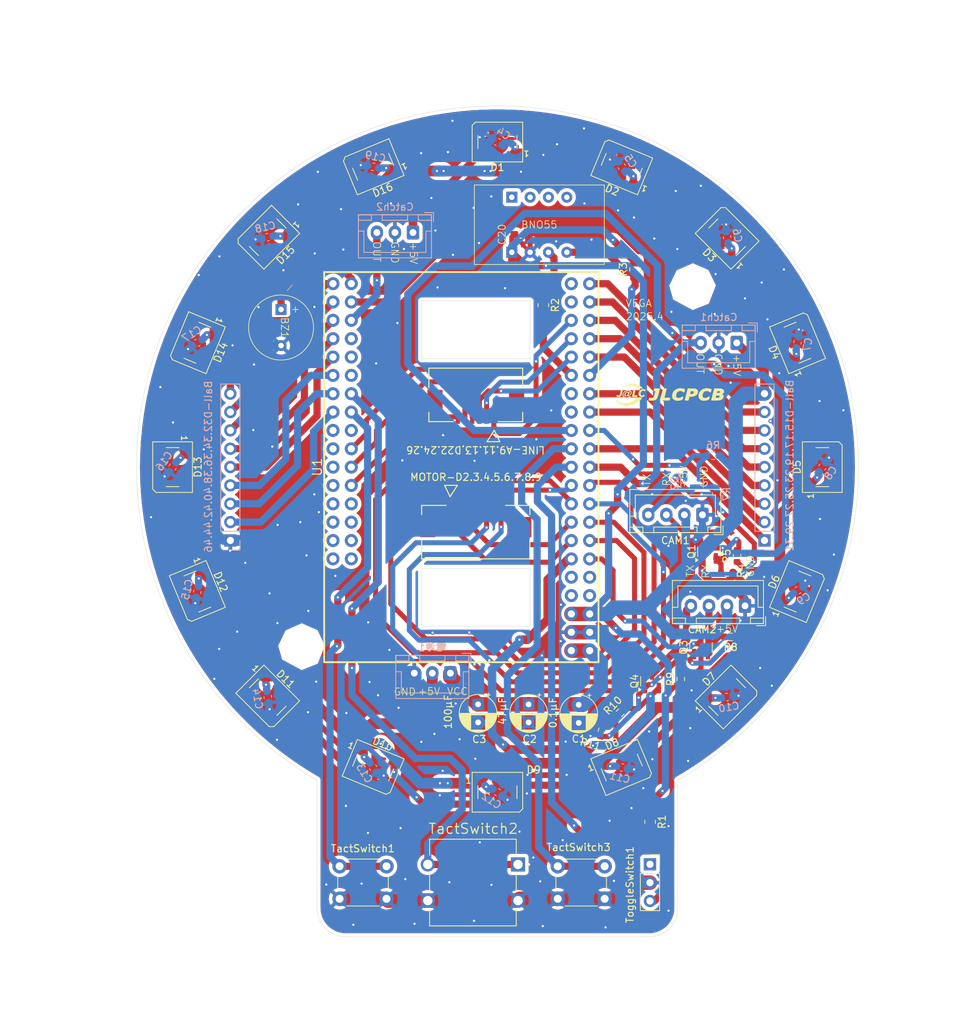
<source format=kicad_pcb>
(kicad_pcb (version 20241229) (generator "pcbnew") (generator_version "9.0")
  (layers (0 "F.Cu" signal) (2 "B.Cu" signal) (13 "F.Paste" user) (15 "B.Paste" user) (5 "F.SilkS" user "F.Silkscreen") (7 "B.SilkS" user "B.Silkscreen") (1 "F.Mask" user) (3 "B.Mask" user) (25 "Edge.Cuts" user))
  (net 0 "")
  (net 1 "GND")
  (net 2 "Net-(D1-DOUT)")
  (net 3 "Net-(D2-DOUT)")
  (net 4 "Net-(D3-DOUT)")
  (net 5 "Net-(D4-DOUT)")
  (net 6 "Net-(D5-DOUT)")
  (net 7 "Net-(D6-DOUT)")
  (net 8 "Net-(D7-DOUT)")
  (net 9 "Net-(D10-DIN)")
  (net 10 "Net-(D10-DOUT)")
  (net 11 "Net-(D11-DOUT)")
  (net 12 "Net-(D12-DOUT)")
  (net 13 "Net-(D13-DOUT)")
  (net 14 "Net-(D14-DOUT)")
  (net 16 "VCC")
  (net 17 "D27")
  (net 18 "D29")
  (net 19 "D31")
  (net 20 "D25")
  (net 21 "D19")
  (net 22 "D23")
  (net 23 "D17")
  (net 25 "D8")
  (net 26 "D3")
  (net 27 "D9")
  (net 32 "D7")
  (net 33 "D45")
  (net 37 "D33")
  (net 39 "D6")
  (net 42 "D21(SCL)")
  (net 46 "D2")
  (net 47 "D4")
  (net 50 "D5")
  (net 51 "D35")
  (net 52 "D20(SDA)")
  (net 56 "D47")
  (net 57 "D38")
  (net 58 "D44")
  (net 59 "D34")
  (net 60 "D32")
  (net 61 "D42")
  (net 62 "D40")
  (net 63 "D46")
  (net 64 "D36")
  (net 65 "Arduino CAM1 TX（送信）")
  (net 66 "Arduino CAM1 RX（受信）")
  (net 71 "D22")
  (net 72 "D26")
  (net 73 "D24")
  (net 74 "A9")
  (net 75 "A11")
  (net 76 "A13")
  (net 77 "Net-(D8-DOUT)")
  (net 78 "Net-(D15-DOUT)")
  (net 82 "D12")
  (net 83 "D10")
  (net 84 "Arduino CAM2 TX（送信）")
  (net 85 "Arduino CAM2 RX（受信）")
  (net 86 "+5V")
  (net 87 "D13")
  (net 88 "+3.3V")
  (net 89 "D43")
  (net 91 "CAM1 TX(送信)")
  (net 92 "CAM1 RX（受信）")
  (net 93 "CAM2 RX（受信）")
  (net 94 "CAM2 TX（送信）")
  (net 97 "D11")
  (footprint "LED_SMD:LED_WS2812B_PLCC4_5.0x5.0mm_P3.2mm" (layer "F.Cu") (at 118.180195 131.819805 -45)
    (property "Reference" "D11")
    (property "Value" "WS2812B")
  )
  (footprint "Connector_JST:JST_XH_B4B-XH-A_1x04_P2.50mm_Vertical" (layer "F.Cu") (at 184.3 119.2 180)
    (property "Reference" "CAM2")
    (property "Value" "Conn_01x04_Pin")
  )
  (footprint "LED_SMD:LED_WS2812B_PLCC4_5.0x5.0mm_P3.2mm" (layer "F.Cu") (at 181.819805 68.180195 135)
    (property "Reference" "D3")
    (property "Value" "WS2812B")
  )
  (footprint "LED_SMD:LED_WS2812B_PLCC4_5.0x5.0mm_P3.2mm" (layer "F.Cu") (at 167.220754 58.425421 157.5)
    (property "Reference" "D2")
    (property "Value" "WS2812B")
  )
  (footprint "BNO055:BNO055" (layer "F.Cu") (at 159.61 70.26 90)
    (property "Reference" "BNO55")
    (property "Value" "Conn_01x08_Pin")
  )
  (footprint "Resistor_SMD:R_0805_2012Metric_Pad1.20x1.40mm_HandSolder" (layer "F.Cu") (at 169.08 72.62 90)
    (property "Reference" "R3")
    (property "Value" "3.3kΩ")
  )
  (footprint "Resistor_SMD:R_0603_1608Metric" (layer "F.Cu") (at 164.516474 136.476889 75)
    (property "Reference" "R11")
    (property "Value" "10kΩ")
  )
  (footprint "Resistor_SMD:R_0805_2012Metric_Pad1.20x1.40mm_HandSolder" (layer "F.Cu") (at 171.15 149.1 -90)
    (property "Reference" "R1")
    (property "Value" "1kΩ")
  )
  (footprint "Capacitor_THT:CP_Radial_D5.0mm_P2.50mm" (layer "F.Cu") (at 154.32 132.84 -90)
    (property "Reference" "C2")
    (property "Value" "47μF")
  )
  (footprint "Connector_PinSocket_2.54mm:PinSocket_1x03_P2.54mm_Vertical" (layer "F.Cu") (at 171.13 154.975)
    (property "Reference" "ToggleSwitch1")
    (property "Value" "Conn_01x03_Pin")
  )
  (footprint "LED_SMD:LED_WS2812B_PLCC4_5.0x5.0mm_P3.2mm" (layer "F.Cu") (at 150 55 180)
    (property "Reference" "D1")
    (property "Value" "WS2812B")
  )
  (footprint "LED_SMD:LED_WS2812B_PLCC4_5.0x5.0mm_P3.2mm" (layer "F.Cu") (at 118.180195 68.180195 -135)
    (property "Reference" "D15")
    (property "Value" "WS2812B")
  )
  (footprint "Connector_JST:JST_XH_B4B-XH-A_1x04_P2.50mm_Vertical" (layer "F.Cu") (at 178.4 106.6 180)
    (property "Reference" "CAM1")
    (property "Value" "Conn_01x04_Pin")
  )
  (footprint "Button_Switch_THT:SW_PUSH_6mm" (layer "F.Cu") (at 128.13 155.25)
    (property "Reference" "TactSwitch1")
    (property "Value" "SW_Push")
  )
  (footprint "Resistor_SMD:R_0603_1608Metric" (layer "F.Cu") (at 181.8 114.57 180)
    (property "Reference" "R4")
    (property "Value" "10kΩ")
  )
  (footprint "LED_SMD:LED_WS2812B_PLCC4_5.0x5.0mm_P3.2mm" (layer "F.Cu") (at 150 145)
    (property "Reference" "D9")
    (property "Value" "WS2812B")
  )
  (footprint "Package_TO_SOT_SMD:SOT-23" (layer "F.Cu") (at 171.4 129.6375 90)
    (property "Reference" "Q4")
    (property "Value" "BSS138")
  )
  (footprint "Resistor_SMD:R_0603_1608Metric" (layer "F.Cu") (at 182.3 123.5 180)
    (property "Reference" "R8")
    (property "Value" "10kΩ")
  )
  (footprint "LED_SMD:LED_WS2812B_PLCC4_5.0x5.0mm_P3.2mm" (layer "F.Cu") (at 181.819805 131.819805 45)
    (property "Reference" "D7")
    (property "Value" "WS2812B")
  )
  (footprint "Package_TO_SOT_SMD:SOT-23" (layer "F.Cu") (at 179.3 111.7 90)
    (property "Reference" "Q1")
    (property "Value" "BSS138")
  )
  (footprint "LED_SMD:LED_WS2812B_PLCC4_5.0x5.0mm_P3.2mm" (layer "F.Cu") (at 132.779246 58.425421 -157.5)
    (property "Reference" "D16")
    (property "Value" "WS2812B")
  )
  (footprint "Capacitor_THT:CP_Radial_D5.0mm_P2.50mm" (layer "F.Cu") (at 147.32 132.835113 -90)
    (property "Reference" "C3")
    (property "Value" "0.1μF")
  )
  (footprint "MAIN:ARDUINO_MEGA_2560_PRO" (layer "F.Cu") (at 145 100 90)
    (property "Reference" "U1")
    (property "Value" "Mega 2560 ProMini footprint")
  )
  (footprint "Capacitor_SMD:C_0603_1608Metric_Pad1.08x0.95mm_HandSolder" (layer "F.Cu") (at 153.22 67.79)
    (property "Reference" "C20")
    (property "Value" "0.1μF")
  )
  (footprint "LINESENSOR:CON_522710679_MOL" (layer "F.Cu") (at 147 90 180)
    (property "Reference" "LINE-A9.11.13,D22.24.26" (hide yes))
    (property "Value" "Conn_01x06_Pin")
  )
  (footprint "LED_SMD:LED_WS2812B_PLCC4_5.0x5.0mm_P3.2mm" (layer "F.Cu") (at 108.425421 117.220754 -67.5)
    (property "Reference" "D12")
    (property "Value" "WS2812B")
  )
  (footprint "LED_SMD:LED_WS2812B_PLCC4_5.0x5.0mm_P3.2mm" (layer "F.Cu") (at 108.425421 82.779246 -112.5)
    (property "Reference" "D14")
    (property "Value" "WS2812B")
  )
  (footprint "Resistor_SMD:R_0603_1608Metric" (layer "F.Cu") (at 175.4 129.325 90)
    (property "Reference" "R9")
    (property "Value" "10kΩ")
  )
  (footprint "LED_SMD:LED_WS2812B_PLCC4_5.0x5.0mm_P3.2mm" (layer "F.Cu") (at 167.220754 141.574579 22.5)
    (property "Reference" "D8")
    (property "Value" "WS2812B")
  )
  (footprint "MOTORDRIVE:CON_522710879_MOL" (layer "F.Cu") (at 147 109)
    (property "Reference" "MOTOR-D2.3.4.5.6.7.8.9")
    (property "Value" "Conn_01x08_Pin")
  )
  (footprint "LED_SMD:LED_WS2812B_PLCC4_5.0x5.0mm_P3.2mm" (layer "F.Cu") (at 195 100 90)
    (property "Reference" "D5")
    (property "Value" "WS2812B")
  )
  (footprint "LED_SMD:LED_WS2812B_PLCC4_5.0x5.0mm_P3.2mm" (layer "F.Cu") (at 132.779246 141.574579 -22.5)
    (property "Reference" "D10")
    (property "Value" "WS2812B")
  )
  (footprint "MAIN:SW_TL1100EF160Q" (layer "F.Cu") (at 146.605 157.5 180)
    (property "Reference" "TactSwitch2")
    (property "Value" "SW_Push")
  )
  (footprint "Resistor_SMD:R_0805_2012Metric_Pad1.20x1.40mm_HandSolder" (layer "F.Cu") (at 156.36 77.58 -90)
    (property "Reference" "R2")
    (property "Value" "3.3kΩ")
  )
  (footprint "MountingHole:MountingHole_3.2mm_M3" (layer "F.Cu") (at 177 75)
    (property "Reference" "REF**" (hide yes))
    (property "Value" "MountingHole_3.2mm_M3")
  )
  (footprint "Resistor_SMD:R_0603_1608Metric" (layer "F.Cu") (at 183.2 112.3 90)
    (property "Reference" "R5")
    (property "Value" "10kΩ")
  )
  (footprint "MountingHole:MountingHole_3.2mm_M3" (layer "F.Cu") (at 123 125)
    (property "Reference" "REF**" (hide yes))
    (property "Value" "MountingHole_3.2mm_M3")
  )
  (footprint "LED_SMD:LED_WS2812B_PLCC4_5.0x5.0mm_P3.2mm" (layer "F.Cu") (at 191.574579 82.779246 112.5)
    (property "Reference" "D4")
    (property "Value" "WS2812B")
  )
  (footprint "Resistor_SMD:R_0603_1608Metric" (layer "F.Cu") (at 167 134 45)
    (property "Reference" "R10")
    (property "Value" "10kΩ")
  )
  (footprint "Package_TO_SOT_SMD:SOT-23" (layer "F.Cu") (at 178.2 124.9375 90)
    (property "Reference" "Q3")
    (property "Value" "BSS138")
  )
  (footprint "JLCPCBlogo:JLCPCB" (layer "F.Cu") (at 173.9 90)
    (property "Reference" "G***" (hide yes))
    (property "Value" "LOGO" (hide yes))
  )
  (footprint "Button_Switch_THT:SW_PUSH_6mm" (layer "F.Cu") (at 158.355 155.25)
    (property "Reference" "TactSwitch3")
    (property "Value" "SW_Push")
  )
  (footprint "Capacitor_THT:CP_Radial_D5.0mm_P2.50mm" (layer "F.Cu") (at 161.26 132.9 -90)
    (property "Reference" "C1")
    (property "Value" "100μF")
  )
  (footprint "MAIN:Buzzer UDX01CLFPH" (layer "F.Cu") (at 120.025 80.675 -90)
    (property "Reference" "BZ1")
    (property "Value" "Buzzer")
  )
  (footprint "LED_SMD:LED_WS2812B_PLCC4_5.0x5.0mm_P3.2mm" (layer "F.Cu") (at 105 100 -90)
    (property "Reference" "D13")
    (property "Value" "WS2812B")
  )
  (footprint "LED_SMD:LED_WS2812B_PLCC4_5.0x5.0mm_P3.2mm" (layer "F.Cu") (at 191.574579 117.220754 67.5)
    (property "Reference" "D6")
    (property "Value" "WS2812B")
  )
  (footprint "Connector_JST:JST_XH_B3B-XH-A_1x03_P2.50mm_Vertical" (layer "B.Cu") (at 138.3 67.525 180)
    (property "Reference" "Catch2")
    (property "Value" "Conn_01x03_Pin")
  )
  (footprint "Resistor_SMD:R_0603_1608Metric" (layer "B.Cu") (at 180.33 103.74 90)
    (property "Reference" "R7")
    (property "Value" "10kΩ")
  )
  (footprint "Capacitor_SMD:C_0603_1608Metric_Pad1.08x0.95mm_HandSolder" (layer "B.Cu") (at 118.180195 131.819805 -80)
    (property "Reference" "C14")
    (property "Value" "0.1μF")
  )
  (footprint "Connector_PinSocket_2.54mm:PinSocket_1x09_P2.54mm_Vertical" (layer "B.Cu") (at 113 110.15)
    (property "Reference" "Ball-D32.34.36.38.40.42.44.46")
    (property "Value" "Conn_01x09_Pin")
  )
  (footprint "Capacitor_SMD:C_0603_1608Metric_Pad1.08x0.95mm_HandSolder" (layer "B.Cu") (at 132.779246 141.601646 -57.5)
    (property "Reference" "C13")
    (property "Value" "0.1μF")
  )
  (footprint "Capacitor_SMD:C_0603_1608Metric_Pad1.08x0.95mm_HandSolder" (layer "B.Cu") (at 181.819805 131.819805 10)
    (property "Reference" "C10")
    (property "Value" "0.1μF")
  )
  (footprint "Capacitor_SMD:C_0603_1608Metric_Pad1.08x0.95mm_HandSolder" (layer "B.Cu") (at 150 145 -35)
    (property "Reference" "C12")
    (property "Value" "0.1μF")
  )
  (footprint "Connector_JST:JST_XH_B3B-XH-A_1x03_P2.50mm_Vertical" (layer "B.Cu") (at 143.48 128.52 180)
    (property "Reference" "電源1")
    (property "Value" "Conn_01x03_Pin")
  )
  (footprint "Capacitor_SMD:C_0603_1608Metric_Pad1.08x0.95mm_HandSolder" (layer "B.Cu") (at 181.819805 68.180195 100)
    (property "Reference" "C6")
    (property "Value" "0.1μF")
  )
  (footprint "Resistor_SMD:R_0603_1608Metric" (layer "B.Cu") (at 179.88 98.41 180)
    (property "Reference" "R6")
    (property "Value" "10kΩ")
  )
  (footprint "Connector_JST:JST_XH_B3B-XH-A_1x03_P2.50mm_Vertical" (layer "B.Cu") (at 183.15 82.8 180)
    (property "Reference" "Catch1")
    (property "Value" "Conn_01x03_Pin" (hide yes))
  )
  (footprint "Capacitor_SMD:C_0603_1608Metric_Pad1.08x0.95mm_HandSolder" (layer "B.Cu") (at 108.425421 117.261351 -102.5)
    (property "Reference" "C15")
    (property "Value" "0.1μF")
  )
  (footprint "Capacitor_SMD:C_0603_1608Metric_Pad1.08x0.95mm_HandSolder" (layer "B.Cu") (at 150 55 145)
    (property "Reference" "C4")
    (property "Value" "0.1μF")
  )
  (footprint "Capacitor_SMD:C_0603_1608Metric_Pad1.08x0.95mm_HandSolder" (layer "B.Cu") (at 167.261351 141.574579 -12.5)
    (property "Reference" "C11")
    (property "Value" "0.1μF")
  )
  (footprint "Capacitor_SMD:C_0603_1608Metric_Pad1.08x0.95mm_HandSolder" (layer "B.Cu") (at 191.66 117.03 32.5)
    (property "Reference" "C9")
    (property "Value" "0.1μF")
  )
  (footprint "Capacitor_SMD:C_0603_1608Metric_Pad1.08x0.95mm_HandSolder" (layer "B.Cu") (at 195 100 55)
    (property "Reference" "C8")
    (property "Value" "0.1μF")
  )
  (footprint "Capacitor_SMD:C_0603_1608Metric_Pad1.08x0.95mm_HandSolder" (layer "B.Cu") (at 167.220754 58.398354 122.5)
    (property "Reference" "C5")
    (property "Value" "0.1μF")
  )
  (footprint "Connector_PinSocket_2.54mm:PinSocket_1x09_P2.54mm_Vertical" (layer "B.Cu") (at 187 110.15)
    (property "Reference" "Ball-D15.17.19.23.25.27.29.31")
    (property "Value" "Conn_01x09_Pin")
  )
  (footprint "Package_TO_SOT_SMD:SOT-23" (layer "B.Cu") (at 176.9675 102.2 -90)
    (property "Reference" "Q2")
    (property "Value" "BSS138")
  )
  (footprint "Capacitor_SMD:C_0603_1608Metric_Pad1.08x0.95mm_HandSolder" (layer "B.Cu") (at 108.425421 82.779246 -147.5)
    (property "Reference" "C17")
    (property "Value" "0.1μF")
  )
  (footprint "Capacitor_SMD:C_0603_1608Metric_Pad1.08x0.95mm_HandSolder" (layer "B.Cu") (at 132.779246 58.425421 167.5)
    (property "Reference" "C19")
    (property "Value" "0.1μF")
  )
  (footprint "Capacitor_SMD:C_0603_1608Metric_Pad1.08x0.95mm_HandSolder" (layer "B.Cu") (at 118.145017 68.180195 -167.5)
    (property "Reference" "C18")
    (property "Value" "0.1μF")
  )
  (footprint "Capacitor_SMD:C_0603_1608Metric_Pad1.08x0.95mm_HandSolder" (layer "B.Cu") (at 191.574579 82.738649 77.5)
    (property "Reference" "C7")
    (property "Value" "0.1μF")
  )
  (footprint "Capacitor_SMD:C_0603_1608Metric_Pad1.08x0.95mm_HandSolder" (layer "B.Cu") (at 105 100 -125)
    (property "Reference" "C16")
    (property "Value" "0.1μF")
  )
  (gr_arc (start 120.89315 75.574252) (mid 121.249444 75.155858) (end 121.611751 74.742661) (stroke (width 0.1)) (layer "B.SilkS"))
  (gr_line (start 139.5 85) (end 154.5 85) (stroke (width 0.05)) (layer "Edge.Cuts"))
  (gr_line (start 128.998012 165.01) (end 171 165.01) (stroke (width 0.05)) (layer "Edge.Cuts"))
  (gr_line (start 154.5 122.01) (end 139.5 122.01) (stroke (width 0.05)) (layer "Edge.Cuts"))
  (gr_line (start 139.5 77) (end 139.5 85) (stroke (width 0.05)) (layer "Edge.Cuts"))
  (gr_arc (start 124.994179 143.306639) (mid 150.003361 49.99244) (end 175 143.31) (stroke (width 0.05)) (layer "Edge.Cuts"))
  (gr_line (start 154.5 114.01) (end 154.5 122.01) (stroke (width 0.05)) (layer "Edge.Cuts"))
  (gr_arc (start 175 161.01) (mid 173.828427 163.838427) (end 171 165.01) (stroke (width 0.05)) (layer "Edge.Cuts"))
  (gr_line (start 154.5 77) (end 139.5 77) (stroke (width 0.05)) (layer "Edge.Cuts"))
  (gr_line (start 154.5 114.01) (end 139.5 114.01) (stroke (width 0.05)) (layer "Edge.Cuts"))
  (gr_line (start 154.5 85) (end 154.5 77) (stroke (width 0.05)) (layer "Edge.Cuts"))
  (gr_line (start 139.5 114.01) (end 139.5 122.01) (stroke (width 0.05)) (layer "Edge.Cuts"))
  (gr_line (start 124.994179 143.306639) (end 124.994179 161.01) (stroke (width 0.05)) (layer "Edge.Cuts"))
  (gr_line (start 175 161.01) (end 175 143.31) (stroke (width 0.05)) (layer "Edge.Cuts"))
  (gr_arc (start 128.998012 165.01) (mid 126.169585 163.838427) (end 124.998012 161.01) (stroke (width 0.05)) (layer "Edge.Cuts"))
  (gr_text "GND" (at 135.58 131.68 0) (layer "F.SilkS") (effects (font (size 1 1) (thickness 0.1)) (justify left bottom)))
  (gr_text "OUT" (at 177.5 84.2 -90) (layer "F.SilkS") (effects (font (size 1 1) (thickness 0.1)) (justify left bottom)))
  (gr_text "2025.4" (at 167.72 79.74 0) (layer "F.SilkS") (effects (font (size 1 1) (thickness 0.1)) (justify left bottom)))
  (gr_text "+5V" (at 137.8 68.8 -90) (layer "F.SilkS") (effects (font (size 1 1) (thickness 0.1)) (justify left bottom)))
  (gr_text "OUT" (at 132.7 68.7 -90) (layer "F.SilkS") (effects (font (size 1 1) (thickness 0.1)) (justify left bottom)))
  (gr_text "+5V" (at 182.6 84.3 -90) (layer "F.SilkS") (effects (font (size 1 1) (thickness 0.1)) (justify left bottom)))
  (gr_text "VCC" (at 142.96 131.63 0) (layer "F.SilkS") (effects (font (size 1 1) (thickness 0.1)) (justify left bottom)))
  (gr_text "+5V" (at 138.95 131.63 0) (layer "F.SilkS") (effects (font (size 1 1) (thickness 0.1)) (justify left bottom)))
  (gr_text "VEGA" (at 167.7 77.9 0) (layer "F.SilkS") (effects (font (size 1 1) (thickness 0.1)) (justify left bottom)))
  (gr_text "GND" (at 135.2 68.7 -90) (layer "F.SilkS") (effects (font (size 1 1) (thickness 0.1)) (justify left bottom)))
  (gr_text "GND" (at 180 84.2 -90) (layer "F.SilkS") (effects (font (size 1 1) (thickness 0.1)) (justify left bottom)))
  (segment (start 172.185311 142.161406) (end 176.566717 137.78) (width 1.5) (layer "F.Cu") (net 1))
  (segment (start 107.838594 124.268594) (end 112.95 129.38) (width 1.5) (layer "F.Cu") (net 1))
  (segment (start 115.281057 68.74588) (end 115.281057 69.758943) (width 1.5) (layer "F.Cu") (net 1))
  (segment (start 101.58 94.95) (end 101.58 100.68) (width 1.5) (layer "F.Cu") (net 1))
  (segment (start 177.46 110.03) (end 175.92 111.57) (width 1) (layer "F.Cu") (net 1))
  (segment (start 108.14 118.84) (end 108.14 119.814281) (width 1) (layer "F.Cu") (net 1))
  (segment (start 105.963445 79.076555) (end 105.963445 84.411323) (width 1.5) (layer "F.Cu") (net 1))
  (segment (start 138.243445 144.036555) (end 134.411323 144.036555) (width 2) (layer "F.Cu") (net 1))
  (segment (start 103.9 101.9) (end 103.35 102.45) (width 1) (layer "F.Cu") (net 1))
  (segment (start 103.35 102.45) (end 104.08 103.18) (width 1.5) (layer "F.Cu") (net 1))
  (segment (start 151.4 146.05) (end 151.85 146.05) (width 1) (layer "F.Cu") (net 1))
  (segment (start 175.92 111.57) (end 175.92 114.67) (width 1) (layer "F.Cu") (net 1))
  (segment (start 195.94 98.26) (end 196.65 97.55) (width 1) (layer "F.Cu") (net 1))
  (segment (start 181.685228 66.42) (end 181.685228 65.712165) (width 1) (layer "F.Cu") (net 1))
  (segment (start 128.13 159.75) (end 134.63 159.75) (width 2) (layer "F.Cu") (net 1))
  (segment (start 192.161406 77.814689) (end 187.36 73.013283) (width 1.5) (layer "F.Cu") (net 1))
  (segment (start 150.15 148.95) (end 152.45 146.65) (width 1.5) (layer "F.Cu") (net 1))
  (segment (start 195.94 98.69) (end 195.94 98.26) (width 1) (layer "F.Cu") (net 1))
  (segment (start 184.333063 131.64) (end 184.718943 131.25412) (width 1) (layer "F.Cu") (net 1))
  (segment (start 189.09 126.883063) (end 189.09 125.76) (width 1.5) (layer "F.Cu") (net 1))
  (segment (start 105.963445 90.566555) (end 101.58 94.95) (width 1.5) (layer "F.Cu") (net 1))
  (segment (start 195.551441 82.631441) (end 192.804313 79.884313) (width 1.5) (layer "F.Cu") (net 1))
  (segment (start 139.455 138.035) (end 139.93 138.51) (width 2) (layer "F.Cu") (net 1))
  (segment (start 118.44 133.52) (end 118.44 134.413063) (width 1) (layer "F.Cu") (net 1))
  (segment (start 146.8 54.1) (end 133.622907 54.1) (width 1.5) (layer "F.Cu") (net 1))
  (segment (start 180.76 137.78) (end 184.718943 133.821057) (width 1.5) (layer "F.Cu") (net 1))
  (segment (start 115.546937 68.48) (end 115.281057 68.74588) (width 1) (layer "F.Cu") (net 1))
  (segment (start 195.89 83.546095) (end 195.736807 83.112412) (width 1.5) (layer "F.Cu") (net 1))
  (segment (start 187.36 68.88) (end 183.761057 65.281057) (width 1.5) (layer "F.Cu") (net 1))
  (segment (start 140.355 160) (end 152.855 160) (width 2) (layer "F.Cu") (net 1))
  (segment (start 153.105 159.75) (end 158.355 159.75) (width 2) (layer "F.Cu") (net 1))
  (segment (start 191.74232 80.95232) (end 191.74232 80.303399) (width 1) (layer "F.Cu") (net 1))
  (segment (start 192.65 115.71) (end 193.915232 115.71) (width 1) (layer "F.Cu") (net 1))
  (segment (start 192.804313 79.884313) (end 192.161406 79.884313) (width 1.5) (layer "F.Cu") (net 1))
  (segment (start 139.324768 148.95) (end 150.15 148.95) (width 1.5) (layer "F.Cu") (net 1))
  (segment (start 158.355 159.75) (end 164.855 159.75) (width 2) (layer "F.Cu") (net 1))
  (segment (start 101.58 100.68) (end 103.35 102.45) (width 1.5) (layer "F.Cu") (net 1))
  (segment (start 183.761057 65.281057) (end 181.25412 65.281057) (width 1.5) (layer "F.Cu") (net 1))
  (segment (start 154.53 68.2375) (end 154.53 70.26) (width 0.7) (layer "F.Cu") (net 1))
  (segment (start 134.411323 144.036555) (end 139.324768 148.95) (width 1.5) (layer "F.Cu") (net 1))
  (segment (start 108.14 119.814281) (end 107.838594 120.115687) (width 1) (layer "F.Cu") (net 1))
  (segment (start 107.14 83.66) (end 106.714768 83.66) (width 1) (layer "F.Cu") (net 1))
  (segment (start 116.48 68.48) (end 115.546937 68.48) (width 1) (layer "F.Cu") (net 1))
  (segment (start 195.89 96.79) (end 195.89 83.546095) (width 1.5) (layer "F.Cu") (net 1))
  (segment (start 118.44 134.413063) (end 118.74588 134.718943) (width 1) (layer "F.Cu") (net 1))
  (segment (start 184.718943 131.25412) (end 189.09 126.883063) (width 1.5) (layer "F.Cu") (net 1))
  (segment (start 118.74588 134.718943) (end 128.063492 144.036555) (width 1.5) (layer "F.Cu") (net 1))
  (segment (start 165.627093 146.65) (end 170.115687 142.161406) (width 1.5) (layer "F.Cu") (net 1))
  (segment (start 161.195113 135.335113) (end 161.26 135.4) (width 2) (layer "F.Cu") (net 1))
  (segment (start 191.74232 80.303399) (end 192.161406 79.884313) (width 1) (layer "F.Cu") (net 1))
  (segment (start 196.65 97.55) (end 195.89 96.79) (width 1.5) (layer "F.Cu") (net 1))
  (segment (start 189.09 125.76) (end 194.036555 120.813445) (width 1.5) (layer "F.Cu") (net 1))
  (segment (start 134.88 160) (end 140.355 160) (width 2) (layer "F.Cu") (net 1))
  (segment (start 112.95 129.38) (end 112.95 131.6) (width 1.5) (layer "F.Cu") (net 1))
  (segment (start 187.36 73.013283) (end 187.36 68.88) (width 1.5) (layer "F.Cu") (net 1))
  (segment (start 104.08 116.357093) (end 107.838594 120.115687) (width 1.5) (layer "F.Cu") (net 1))
  (segment (start 195.736807 83.112412) (end 195.551441 82.631441) (width 1.5) (layer "F.Cu") (net 1))
  (segment (start 128.063492 144.036555) (end 134.411323 144.036555) (width 1.5) (layer "F.Cu") (net 1))
  (segment (start 116.068943 134.718943) (end 118.74588 134.718943) (width 1.5) (layer "F.Cu") (net 1))
  (segment (start 131.06 58.2) (end 130.245719 58.2) (width 1) (layer "F.Cu") (net 1))
  (segment (start 181.685228 65.712165) (end 181.25412 65.281057) (width 1) (layer "F.Cu") (net 1))
  (segment (start 194.036555 120.813445) (end 194.036555 115.588677) (width 1.5) (layer "F.Cu") (net 1))
  (segment (start 139.93 138.51) (end 139.93 142.35) (width 2) (layer "F.Cu") (net 1))
  (segment (start 194.036555 110.693445) (end 198.27 106.46) (width 1.5) (layer "F.Cu") (net 1))
  (segment (start 115.281057 69.758943) (end 105.963445 79.076555) (width 1.5) (layer "F.Cu") (net 1))
  (segment (start 134.63 159.75) (end 134.88 160) (width 2) (layer "F.Cu") (net 1))
  (segment (start 175.92 114.67) (end 178.32 117.07) (width 1) (layer "F.Cu") (net 1))
  (segment (start 139.93 142.35) (end 138.243445 144.036555) (width 2) (layer "F.Cu") (net 1))
  (segment (start 125.622907 62.1) (end 119.39 62.1) (width 1.5) (layer "F.Cu") (net 1))
  (segment (start 147.32 135.335113) (end 147.324887 135.34) (width 2) (layer "F.Cu") (net 1))
  (segment (start 153.7875 67.79) (end 154.0825 67.79) (width 0.7) (layer "F.Cu") (net 1))
  (segment (start 160.24 122.86) (end 162.78 122.86) (width 2) (layer "F.Cu") (net 1))
  (segment (start 160.853445 55.963445) (end 156.7 51.81) (width 1.5) (layer "F.Cu") (net 1))
  (segment (start 183.11 117.07) (end 184.3 118.26) (width 1) (layer "F.Cu") (net 1))
  (segment (start 115.281057 66.208943) (end 115.281057 68.74588) (width 1.5) (layer "F.Cu") (net 1))
  (segment (start 169.725 157.515) (end 171.13 157.515) (width 2) (layer "F.Cu") (net 1))
  (segment (start 149.09 51.81) (end 147.55 53.35) (width 1.5) (layer "F.Cu") (net 1))
  (segment (start 193.915232 115.71) (end 194.036555 115.588677) (width 1) (layer "F.Cu") (net 1))
  (segment (start 138.48 128.52) (end 138.43 128.52) (width 2) (layer "F.Cu") (net 1))
  (segment (start 130.245719 58.2) (end 129.884313 57.838594) (width 1) (layer "F.Cu") (net 1))
  (segment (start 106.714768 83.66) (end 105.963445 84.411323) (width 1) (layer "F.Cu") (net 1))
  (segment (start 104.08 103.18) (end 104.08 116.357093) (width 1.5) (layer "F.Cu") (net 1))
  (segment (start 198.27 99.17) (end 196.65 97.55) (width 1.5) (layer "F.Cu") (net 1))
  (segment (start 152.45 146.65) (end 165.627093 146.65) (width 1.5) (layer "F.Cu") (net 1))
  (segment (start 147.32 135.335113) (end 161.195113 135.335113) (width 2) (layer "F.Cu") (net 1))
  (segment (start 169.794281 141.84) (end 170.115687 142.161406) (width 1) (layer "F.Cu") (net 1))
  (segment (start 180.131057 65.281057) (end 170.813445 55.963445) (width 1.5) (layer "F.Cu") (net 1))
  (segment (start 192.161406 79.884313) (end 192.161406 77.814689) (width 1.5) (layer "F.Cu") (net 1))
  (segment (start 178.32 117.07) (end 183.11 117.07) (width 1) (layer "F.Cu") (net 1))
  (segment (start 138.43 128.52) (end 136.3 130.65) (width 2) (layer "F.Cu") (net 1))
  (segment (start 154.0825 67.79) (end 154.53 68.2375) (width 0.7) (layer "F.Cu") (net 1))
  (segment (start 194.036555 115.588677) (end 194.036555 110.693445) (width 1.5) (layer "F.Cu") (net 1))
  (segment (start 134.24 142.7) (end 134.411323 142.871323) (width 1) (layer "F.Cu") (net 1))
  (segment (start 165.588677 55.963445) (end 160.853445 55.963445) (width 1.5) (layer "F.Cu") (net 1))
  (segment (start 119.39 62.1) (end 115.281057 66.208943) (width 1.5) (layer "F.Cu") (net 1))
  (segment (start 184.3 118.26) (end 184.3 119.2) (width 1) (layer "F.Cu") (net 1))
  (segment (start 183.4 131.64) (end 184.333063 131.64) (width 1) (layer "F.Cu") (net 1))
  (segment (start 170.813445 55.963445) (end 165.588677 55.963445) (width 1.5) (layer "F.Cu") (net 1))
  (segment (start 147.55 53.35) (end 146.8 54.1) (width 1.5) (layer "F.Cu") (net 1))
  (segment (start 136.3 130.65) (end 136.3 133.32) (width 2) (layer "F.Cu") (net 1))
  (segment (start 167.49 159.75) (end 169.725 157.515) (width 2) (layer "F.Cu") (net 1))
  (segment (start 198.27 106.46) (end 198.27 99.17) (width 1.5) (layer "F.Cu") (net 1))
  (segment (start 164.855 159.75) (end 167.49 159.75) (width 2) (layer "F.Cu") (net 1))
  (segment (start 176.566717 137.78) (end 180.76 137.78) (width 1.5) (layer "F.Cu") (net 1))
  (segment (start 165.588677 55.963445) (end 165.588677 57.421323) (width 1) (layer "F.Cu") (net 1))
  (segment (start 107.838594 120.115687) (end 107.838594 124.268594) (width 1.5) (layer "F.Cu") (net 1))
  (segment (start 112.95 131.6) (end 116.068943 134.718943) (width 1.5) (layer "F.Cu") (net 1))
  (segment (start 133.622907 54.1) (end 129.884313 57.838594) (width 1.5) (layer "F.Cu") (net 1))
  (segment (start 181.25412 65.281057) (end 180.131057 65.281057) (width 1.5) (layer "F.Cu") (net 1))
  (segment (start 168.93 141.84) (end 169.794281 141.84) (width 1) (layer "F.Cu") (net 1))
  (segment (start 152.855 160) (end 153.105 159.75) (width 2) (layer "F.Cu") (net 1))
  (segment (start 129.884313 57.838594) (end 125.622907 62.1) (width 1.5) (layer "F.Cu") (net 1))
  (segment (start 156.7 51.81) (end 149.09 51.81) (width 1.5) (layer "F.Cu") (net 1))
  (segment (start 147.55 53.35) (end 147.55 54.33) (width 1) (layer "F.Cu") (net 1))
  (segment (start 151.85 146.05) (end 152.45 146.65) (width 1) (layer "F.Cu") (net 1))
  (segment (start 184.718943 133.821057) (end 184.718943 131.25412) (width 1.5) (layer "F.Cu") (net 1))
  (segment (start 170.115687 142.161406) (end 172.185311 142.161406) (width 1.5) (layer "F.Cu") (net 1))
  (segment (start 105.963445 84.411323) (end 105.963445 90.566555) (width 1.5) (layer "F.Cu") (net 1))
  (segment (start 103.9 101.29) (end 103.9 101.9) (width 1) (layer "F.Cu") (net 1))
  (segment (start 134.411323 142.871323) (end 134.411323 144.036555) (width 1) (layer "F.Cu") (net 1))
  (via (at 171.74 68.36) (size 0.6) (drill 0.3) (layers "F.Cu" "B.Cu") (net 1))
  (via (at 110.78 129.31) (size 0.6) (drill 0.3) (layers "F.Cu" "B.Cu") (net 1))
  (via (at 176.73 117.25) (size 0.6) (drill 0.3) (layers "F.Cu" "B.Cu") (net 1))
  (via (at 118.81 97.15) (size 0.6) (drill 0.3) (layers "F.Cu" "B.Cu") (net 1))
  (via (at 154.08 145.17) (size 0.6) (drill 0.3) (layers "F.Cu" "B.Cu") (net 1))
  (via (at 158.14 68.74) (size 0.6) (drill 0.3) (layers "F.Cu" "B.Cu") (net 1))
  (via (at 182 86) (size 0.6) (drill 0.3) (layers "F.Cu" "B.Cu") (net 1))
  (via (at 168.93 141.84) (size 0.6) (drill 0.3) (layers "F.Cu" "B.Cu") (net 1))
  (via (at 178.18 61.06) (size 0.6) (drill 0.3) (layers "F.Cu" "B.Cu") (net 1))
  (via (at 143.34 157.46) (size 0.6) (drill 0.3) (layers "F.Cu" "B.Cu") (net 1))
  (via (at 191.74232 80.95232) (size 0.6) (drill 0.3) (layers "F.Cu" "B.Cu") (net 1))
  (via (at 156.28 163.53) (size 0.6) (drill 0.3) (layers "F.Cu" "B.Cu") (net 1))
  (via (at 195.74 117.05) (size 0.6) (drill 0.3) (layers "F.Cu" "B.Cu") (net 1))
  (via (at 149.15 62.53) (size 0.6) (drill 0.3) (layers "F.Cu" "B.Cu") (net 1))
  (via (at 141.4 67.25) (size 0.6) (drill 0.3) (layers "F.Cu" "B.Cu") (net 1))
  (via (at 176.09 104.66) (size 0.6) (drill 0.3) (layers "F.Cu" "B.Cu") (net 1))
  (via (at 181.685228 66.42) (size 0.6) (drill 0.3) (layers "F.Cu" "B.Cu") (net 1))
  (via (at 151.4 146.05) (size 0.6) (drill 0.3) (layers "F.Cu" "B.Cu") (net 1))
  (via (at 170.21 144.44) (size 0.6) (drill 0.3) (layers "F.Cu" "B.Cu") (net 1))
  (via (at 120.35 72.74) (size 0.6) (drill 0.3) (layers "F.Cu" "B.Cu") (net 1))
  (via (at 131.06 58.2) (size 0.6) (drill 0.3) (layers "F.Cu" "B.Cu") (net 1))
  (via (at 132.28 129.74) (size 0.6) (drill 0.3) (layers "F.Cu" "B.Cu") (net 1))
  (via (at 129.01 146.89) (size 0.6) (drill 0.3) (layers "F.Cu" "B.Cu") (net 1))
  (via (at 174.92 69.81) (size 0.6) (drill 0.3) (layers "F.Cu" "B.Cu") (net 1))
  (via (at 116.9 77.85) (size 0.6) (drill 0.3) (layers "F.Cu" "B.Cu") (net 1))
  (via (at 119.47 137.74) (size 0.6) (drill 0.3) (layers "F.Cu" "B.Cu") (net 1))
  (via (at 187.84 93.63) (size 0.6) (drill 0.3) (layers "F.Cu" "B.Cu") (net 1))
  (via (at 159.59 142.59) (size 0.6) (drill 0.3) (layers "F.Cu" "B.Cu") (net 1))
  (via (at 189.68 72.64) (size 0.6) (drill 0.3) (layers "F.Cu" "B.Cu") (net 1))
  (via (at 164.97 163.7) (size 0.6) (drill 0.3) (layers "F.Cu" "B.Cu") (net 1))
  (via (at 109.32 97.54) (size 0.6) (drill 0.3) (layers "F.Cu" "B.Cu") (net 1))
  (via (at 141.7 75.125) (size 0.6) (drill 0.3) (layers "F.Cu" "B.Cu") (net 1))
  (via (at 142.02 145.43) (size 0.6) (drill 0.3) (layers "F.Cu" "B.Cu") (net 1))
  (via (at 111.48 70.84) (size 0.6) (drill 0.3) (layers "F.Cu" "B.Cu") (net 1))
  (via (at 166.71 64.46) (size 0.6) (drill 0.3) (layers "F.Cu" "B.Cu") (net 1))
  (via (at 176.71 136.13) (size 0.6) (drill 0.3) (layers "F.Cu" "B.Cu") (net 1))
  (via (at 137.24 157.03) (size 0.6) (drill 0.3) (layers "F.Cu" "B.Cu") (net 1))
  (via (at 156.16 126.08) (size 0.6) (drill 0.3) (layers "F.Cu" "B.Cu") (net 1))
  (via (at 165.54 148.95) (size 0.6) (drill 0.3) (layers "F.Cu" "B.Cu") (net 1))
  (via (at 136.15 80.05) (size 0.6) (drill 0.3) (layers "F.Cu" "B.Cu") (net 1))
  (via (at 136.825 99.075) (size 0.6) (drill 0.3) (layers "F.Cu" "B.Cu") (net 1))
  (via (at 187.4 79.54) (size 0.6) (drill 0.3) (layers "F.Cu" "B.Cu") (net 1))
  (via (at 142.41 142.04) (size 0.6) (drill 0.3) (layers "F.Cu" "B.Cu") (net 1))
  (via (at 139.455 138.035) (size 1) (drill 0.3) (layers "F.Cu" "B.Cu") (net 1))
  (via (at 119.55 108) (size 0.6) (drill 0.3) (layers "F.Cu" "B.Cu") (net 1))
  (via (at 194.68 107.18) (size 0.6) (drill 0.3) (layers "F.Cu" "B.Cu") (net 1))
  (via (at 165.588677 57.421323) (size 0.6) (drill 0.3) (layers "F.Cu" "B.Cu") (net 1))
  (via (at 108.14 118.84) (size 0.6) (drill 0.3) (layers "F.Cu" "B.Cu") (net 1))
  (via (at 138.51 163.22) (size 0.6) (drill 0.3) (layers "F.Cu" "B.Cu") (net 1))
  (via (at 155.4 96.15) (size 0.6) (drill 0.3) (layers "F.Cu" "B.Cu") (net 1))
  (via (at 140.85 62.75) (size 0.6) (drill 0.3) (layers "F.Cu" "B.Cu") (net 1))
  (via (at 124.69 70.43) (size 0.6) (drill 0.3) (layers "F.Cu" "B.Cu") (net 1))
  (via (at 137.05 69.8) (size 0.6) (drill 0.3) (layers "F.Cu" "B.Cu") (net 1))
  (via (at 155.93 157.34) (size 0.6) (drill 0.3) (layers "F.Cu" "B.Cu") (net 1))
  (via (at 182.3 88.32) (size 0.6) (drill 0.3) (layers "F.Cu" "B.Cu") (net 1))
  (via (at 132.06 150.63) (size 0.6) (drill 0.3) (layers "F.Cu" "B.Cu") (net 1))
  (via (at 124.89 129.7) (size 0.6) (drill 0.3) (layers "F.Cu" "B.Cu") (net 1))
  (via (at 174.71 61.78) (size 0.6) (drill 0.3) (layers "F.Cu" "B.Cu") (net 1))
  (via (at 157.45 92.15) (size 0.6) (drill 0.3) (layers "F.Cu" "B.Cu") (net 1))
  (via (at 130.04 163.35) (size 0.6) (drill 0.3) (layers "F.Cu" "B.Cu") (net 1))
  (via (at 131.18 157.65) (size 0.6) (drill 0.3) (layers "F.Cu" "B.Cu") (net 1))
  (via (at 143.14 56.39) (size 0.6) (drill 0.3) (layers "F.Cu" "B.Cu") (net 1))
  (via (at 177.46 110.03) (size 0.6) (drill 0.3) (layers "F.Cu" "B.Cu") (net 1))
  (via (at 168.57 147.2) (size 0.6) (drill 0.3) (layers "F.Cu" "B.Cu") (net 1))
  (via (at 146.71 64.11) (size 0.6) (drill 0.3) (layers "F.Cu" "B.Cu") (net 1))
  (via (at 146.1 122.88) (size 0.6) (drill 0.3) (layers "F.Cu" "B.Cu") (net 1))
  (via (at 139.43 56.54) (size 0.6) (drill 0.3) (layers "F.Cu" "B.Cu") (net 1))
  (via (at 195.94 98.69) (size 0.6) (drill 0.3) (layers "F.Cu" "B.Cu") (net 1))
  (via (at 136.3 133.32) (size 1) (drill 0.3) (layers "F.Cu" "B.Cu") (net 1))
  (via (at 154.17 142.6) (size 0.6) (drill 0.3) (layers "F.Cu" "B.Cu") (net 1))
  (via (at 144.21 132.72) (size 0.6) (drill 0.3) (layers "F.Cu" "B.Cu") (net 1))
  (via (at 158.8 119.04) (size 0.6) (drill 0.3) (layers "F.Cu" "B.Cu") (net 1))
  (via (at 124.65 77.825) (size 0.6) (drill 0.3) (layers "F.Cu" "B.Cu") (net 1))
  (via (at 113.95 122.77) (size 0.6) (drill 0.3) (layers "F.Cu" "B.Cu") (net 1))
  (via (at 176.42 140.66) (size 0.6) (drill 0.3) (layers "F.Cu" "B.Cu") (net 1))
  (via (at 141.27 136.93) (size 0.6) (drill 0.3) (layers "F.Cu" "B.Cu") (net 1))
  (via (at 197.93 92.13) (size 0.6) (drill 0.3) (layers "F.Cu" "B.Cu") (net 1))
  (via (at 173.7 110.89) (size 0.6) (drill 0.3) (layers "F.Cu" "B.Cu") (net 1))
  (via (at 173.7 149.7) (size 0.6) (drill 0.3) (layers "F.Cu" "B.Cu") (net 1))
  (via (at 128.65 69.89) (size 0.6) (drill 0.3) (layers "F.Cu" "B.Cu") (net 1))
  (via (at 173.7 161.4) (size 0.6) (drill 0.3) (layers "F.Cu" "B.Cu") (net 1))
  (via (at 116.18 94.87) (size 0.6) (drill 0.3) (layers "F.Cu" "B.Cu") (net 1))
  (via (at 171.02 136.59) (size 0.6) (drill 0.3) (layers "F.Cu" "B.Cu") (net 1))
  (via (at 158.76 124.09) (size 0.6) (drill 0.3) (layers "F.Cu" "B.Cu") (net 1))
  (via (at 180.1 78.8) (size 0.6) (drill 0.3) (layers "F.Cu" "B.Cu") (net 1))
  (via (at 186.6 74.45) (size 0.6) (drill 0.3) (layers "F.Cu" "B.Cu") (net 1))
  (via (at 153.26 59.11) (size 0.6) (drill 0.3) (layers "F.Cu" "B.Cu") (net 1))
  (via (at 115.07 113.25) (size 0.6) (drill 0.3) (layers "F.Cu" "B.Cu") (net 1))
  (via (at 171.44 103.76) (size 0.6) (drill 0.3) (layers "F.Cu" "B.Cu") (net 1))
  (via (at 161.99 53.12) (size 0.6) (drill 0.3) (layers "F.Cu" "B.Cu") (net 1))
  (via (at 128.33 64.29) (size 0.6) (drill 0.3) (layers "F.Cu" "B.Cu") (net 1))
  (via (at 194.62 90.85) (size 0.6) (drill 0.3) (layers "F.Cu" "B.Cu") (net 1))
  (via (at 146.75 162.8) (size 0.6) (drill 0.3) (layers "F.Cu" "B.Cu") (net 1))
  (via (at 143.77 52.06) (size 0.6) (drill 0.3) (layers "F.Cu" "B.Cu") (net 1))
  (via (at 122.69 107.61) (size 0.6) (drill 0.3) (layers "F.Cu" "B.Cu") (net 1))
  (via (at 183.68 121.23) (size 0.6) (drill 0.3) (layers "F.Cu" "B.Cu") (net 1))
  (via (at 136.58 149.97) (size 0.6) (drill 0.3) (layers "F.Cu" "B.Cu") (net 1))
  (via (at 188.01 130.26) (size 0.6) (drill 0.3) (layers "F.Cu" "B.Cu") (net 1))
  (via (at 134.24 142.7) (size 0.6) (drill 0.3) (layers "F.Cu" "B.Cu") (net 1))
  (via (at 159.45 138) (size 0.6) (drill 0.3) (layers "F.Cu" "B.Cu") (net 1))
  (via (at 192.65 115.71) (size 0.6) (drill 0.3) (layers "F.Cu" "B.Cu") (net 1))
  (via (at 118.43 117.47) (size 0.6) (drill 0.3) (layers "F.Cu" "B.Cu") (net 1))
  (via (at 149.17 157.82) (size 0.6) (drill 0.3) (layers "F.Cu" "B.Cu") (net 1))
  (via (at 123.75 133.93) (size 0.6) (drill 0.3) (layers "F.Cu" "B.Cu") (net 1))
  (via (at 162.06 63.5) (size 0.6) (drill 0.3) (layers "F.Cu" "B.Cu") (net 1))
  (via (at 180.3 106.78) (size 0.6) (drill 0.3) (layers "F.Cu" "B.Cu") (net 1))
  (via (at 135.04 125.3) (size 0.6) (drill 0.3) (layers "F.Cu" "B.Cu") (net 1))
  (via (at 135.25 63.5) (size 0.6) (drill 0.3) (layers "F.Cu" "B.Cu") (net 1))
  (via (at 189.05 87) (size 0.6) (drill 0.3) (layers "F.Cu" "B.Cu") (net 1))
  (via (at 126.29 157.78) (size 0.6) (drill 0.3) (layers "F.Cu" "B.Cu") (net 1))
  (via (at 142.475 95.575) (size 0.6) (drill 0.3) (layers "F.Cu" "B.Cu") (net 1))
  (via (at 163.03 68.51) (size 0.6) (drill 0.3) (layers "F.Cu" "B.Cu") (net 1))
  (via (at 174.1 78.5) (size 0.6) (drill 0.3) (layers "F.Cu" "B.Cu") (net 1))
  (via (at 113.31 83.15) (size 0.6) (drill 0.3) (layers "F.Cu" "B.Cu") (net 1))
  (via (at 123.8 119.9) (size 0.6) (drill 0.3) (layers "F.Cu" "B.Cu") (net 1))
  (via (at 125.26 106.23) (size 0.6) (drill 0.3) (layers "F.Cu" "B.Cu") (net 1))
  (via (at 141.02 122.91) (size 0.6) (drill 0.3) (layers "F.Cu" "B.Cu") (net 1))
  (via (at 105.06 93.82) (size 0.6) (drill 0.3) (layers "F.Cu" "B.Cu") (net 1))
  (via (at 188.78 101.83) (size 0.6) (drill 0.3) (layers "F.Cu" "B.Cu") (net 1))
  (via (at 146.825 99.125) (size 0.6) (drill 0.3) (layers "F.Cu" "B.Cu") (net 1))
  (via (at 147.45 68.98) (size 0.6) (drill 0.3) (layers "F.Cu" "B.Cu") (net 1))
  (via (at 186.4 127.8) (size 0.6) (drill 0.3) (layers "F.Cu" "B.Cu") (net 1))
  (via (at 184.29 76.64) (size 0.6) (drill 0.3) (layers "F.Cu" "B.Cu") (net 1))
  (via (at 102.02 106.93) (size 0.6) (drill 0.3) (layers "F.Cu" "B.Cu") (net 1))
  (via (at 103.31 88.92) (size 0.6) (drill 0.3) (layers "F.Cu" "B.Cu") (net 1))
  (via (at 108.62 73.41) (size 0.6) (drill 0.3) (layers "F.Cu" "B.Cu") (net 1))
  (via (at 171.46 140.43) (size 0.6) (drill 0.3) (layers "F.Cu" "B.Cu") (net 1))
  (via (at 154.98 154.04) (size 0.6) (drill 0.3) (layers "F.Cu" "B.Cu") (net 1))
  (via (at 143.83 70.61) (size 0.6) (drill 0.3) (layers "F.Cu" "B.Cu") (net 1))
  (via (at 166.14 157.27) (size 0.6) (drill 0.3) (layers "F.Cu" "B.Cu") (net 1))
  (via (at 156.36 56.78) (size 0.6) (drill 0.3) (layers "F.Cu" "B.Cu") (net 1))
  (via (at 122.39 63.63) (size 0.6) (drill 0.3) (layers "F.Cu" "B.Cu") (net 1))
  (via (at 129.07 134.04) (size 0.6) (drill 0.3) (layers "F.Cu" "B.Cu") (net 1))
  (via (at 158.25 55.3) (size 0.6) (drill 0.3) (layers "F.Cu" "B.Cu") (net 1))
  (via (at 168.92 65.45) (size 0.6) (drill 0.3) (layers "F.Cu" "B.Cu") (net 1))
  (via (at 176.9 130.9) (size 0.6) (drill 0.3) (layers "F.Cu" "B.Cu") (net 1))
  (via (at 144.76 137.67) (size 0.6) (drill 0.3) (layers "F.Cu" "B.Cu") (net 1))
  (via (at 123.55 112.22) (size 0.6) (drill 0.3) (layers "F.Cu" "B.Cu") (net 1))
  (via (at 133.2 85.65) (size 0.6) (drill 0.3) (layers "F.Cu" "B.Cu") (net 1))
  (via (at 147.55 151.94) (size 0.6) (drill 0.3) (layers "F.Cu" "B.Cu") (net 1))
  (via (at 146.93 140.36) (size 0.6) (drill 0.3) (layers "F.Cu" "B.Cu") (net 1))
  (via (at 133.46 131.58) (size 0.6) (drill 0.3) (layers "F.Cu" "B.Cu") (net 1))
  (via (at 132.1 121.49) (size 0.6) (drill 0.3) (layers "F.Cu" "B.Cu") (net 1))
  (via (at 111.45 125.16) (size 0.6) (drill 0.3) (layers "F.Cu" "B.Cu") (net 1))
  (via (at 119.52 121.59) (size 0.6) (drill 0.3) (layers "F.Cu" "B.Cu") (net 1))
  (via (at 125.12 59.13) (size 0.6) (drill 0.3) (layers "F.Cu" "B.Cu") (net 1))
  (via (at 162.89 137.21) (size 0.6) (drill 0.3) (layers "F.Cu" "B.Cu") (net 1))
  (via (at 180.22 73.28) (size 0.6) (drill 0.3) (layers "F.Cu" "B.Cu") (net 1))
  (via (at 107.14 83.66) (size 0.6) (drill 0.3) (layers "F.Cu" "B.Cu") (net 1))
  (via (at 153.05 150.45) (size 0.6) (drill 0.3) (layers "F.Cu" "B.Cu") (net 1))
  (via (at 116.48 68.48) (size 0.6) (drill 0.3) (layers "F.Cu" "B.Cu") (net 1))
  (via (at 127.54 115.05) (size 0.6) (drill 0.3) (layers "F.Cu" "B.Cu") (net 1))
  (via (at 159.04 151.65) (size 0.6) (drill 0.3) (layers "F.Cu" "B.Cu") (net 1))
  (via (at 183.4 131.64) (size 0.6) (drill 0.3) (layers "F.Cu" "B.Cu") (net 1))
  (via (at 196.61 112.1) (size 0.6) (drill 0.3) (layers "F.Cu" "B.Cu") (net 1))
  (via (at 112.97 111.57) (size 0.6) (drill 0.3) (layers "F.Cu" "B.Cu") (net 1))
  (via (at 147.55 54.33) (size 0.6) (drill 0.3) (layers "F.Cu" "B.Cu") (net 1))
  (via (at 124.63 103.77) (size 0.6) (drill 0.3) (layers "F.Cu" "B.Cu") (net 1))
  (via (at 186.96 115.19) (size 0.6) (drill 0.3) (layers "F.Cu" "B.Cu") (net 1))
  (via (at 118.44 133.52) (size 0.6) (drill 0.3) (layers "F.Cu" "B.Cu") (net 1))
  (via (at 116.275 85.8) (size 0.6) (drill 0.3) (layers "F.Cu" "B.Cu") (net 1))
  (via (at 103.9 101.29) (size 0.6) (drill 0.3) (layers "F.Cu" "B.Cu") (net 1))
  (via (at 151.05 75.225) (size 0.6) (drill 0.3) (layers "F.Cu" "B.Cu") (net 1))
  (segment (start 177.46 110.03) (end 178.4 109.09) (width 1) (layer "B.Cu") (net 1))
  (segment (start 112.07 110.15) (end 113 110.15) (width 1.2) (layer "B.Cu") (net 1))
  (segment (start 165.588677 57.421323) (end 165.91208 57.744726) (width 1) (layer "B.Cu") (net 1))
  (segment (start 118.314772 133.394772) (end 118.44 133.52) (width 1) (layer "B.Cu") (net 1))
  (segment (start 162.78 122.86) (end 164.1 122.86) (width 2) (layer "B.Cu") (net 1))
  (segment (start 108.25768 118.72232) (end 108.14 118.84) (width 1) (layer "B.Cu") (net 1))
  (segment (start 142.570113 135.335113) (end 147.32 135.335113) (width 2) (layer "B.Cu") (net 1))
  (segment (start 135.36 128.52) (end 138.48 128.52) (width 2) (layer "B.Cu") (net 1))
  (segment (start 107.307446 83.66) (end 107.771793 83.195653) (width 1) (layer "B.Cu") (net 1))
  (segment (start 161.26 147.26) (end 167.72 153.72) (width 1.5) (layer "B.Cu") (net 1))
  (segment (start 181.685228 66.42) (end 181.685228 67.416969) (width 1) (layer "B.Cu") (net 1))
  (segment (start 168.83232 141.74232) (end 168.93 141.84) (width 1) (layer "B.Cu") (net 1))
  (segment (start 191.74232 80.95232) (end 191.74232 81.982019) (width 1) (layer "B.Cu") (net 1))
  (segment (start 136.3 133.32) (end 136.3 134.88) (width 2) (layer "B.Cu") (net 1))
  (segment (start 167.79 132.8) (end 165.19 135.4) (width 2) (layer "B.Cu") (net 1))
  (segment (start 195.94 98.869679) (end 195.444522 99.365157) (width 1) (layer "B.Cu") (net 1))
  (segment (start 183.4 131.64) (end 183.354772 131.685228) (width 1) (layer "B.Cu") (net 1))
  (segment (start 178.4 109.09) (end 178.4 106.6) (width 1) (layer "B.Cu") (net 1))
  (segment (start 167.72 153.72) (end 167.72 155.22) (width 1.5) (layer "B.Cu") (net 1))
  (segment (start 103.9 101.29) (end 103.900321 101.29) (width 1) (layer "B.Cu") (net 1))
  (segment (start 148.92 55.03) (end 148.92 55.000635) (width 1) (layer "B.Cu") (net 1))
  (segment (start 150.634843 145.444522) (end 151.240321 146.05) (width 1) (layer "B.Cu") (net 1))
  (segment (start 192.313628 116.046372) (end 192.65 115.71) (width 1) (layer "B.Cu") (net 1))
  (segment (start 118.314772 132.583031) (end 118.314772 133.394772) (width 1) (layer "B.Cu") (net 1))
  (segment (start 117.388388 68.347936) (end 116.612064 68.347936) (width 1) (layer "B.Cu") (net 1))
  (segment (start 161.26 135.4) (end 161.26 147.26) (width 1.5) (layer "B.Cu") (net 1))
  (segment (start 110.56 88.4) (end 110.56 108.64) (width 1.2) (layer "B.Cu") (net 1))
  (segment (start 170.015 157.515) (end 171.13 157.515) (width 1.5) (layer "B.Cu") (net 1))
  (segment (start 110.56 108.64) (end 112.07 110.15) (width 1.2) (layer "B.Cu") (net 1))
  (segment (start 120.025 83.175) (end 115.785 83.175) (width 1.2) (layer "B.Cu") (net 1))
  (segment (start 183.354772 131.685228) (end 182.583031 131.685228) (width 1) (layer "B.Cu") (net 1))
  (segment (start 131.11768 58.25768) (end 132.022616 58.25768) (width 1) (layer "B.Cu") (net 1))
  (segment (start 108.25768 118.017981) (end 108.25768 118.72232) (width 1) (layer "B.Cu") (net 1))
  (segment (start 133.195653 142.255274) (end 133.795274 142.255274) (width 1) (layer "B.Cu") (net 1))
  (segment (start 136.3 134.88) (end 139.455 138.035) (width 2) (layer "B.Cu") (net 1))
  (segment (start 148.25 55.03) (end 148.92 55.03) (width 1) (layer "B.Cu") (net 1))
  (segment (start 135.35 128.52) (end 138.48 128.52) (width 1.5) (layer "B.Cu") (net 1))
  (segment (start 113 110.15) (end 116.98 110.15) (width 1.5) (layer "B.Cu") (net 1))
  (segment (start 133.795274 142.255274) (end 134.24 142.7) (width 1) (layer "B.Cu") (net 1))
  (segment (start 151.240321 146.05) (end 151.4 146.05) (width 1) (layer "B.Cu") (net 1))
  (segment (start 116.612064 68.347936) (end 116.48 68.48) (width 1) (layer "B.Cu") (net 1))
  (segment (start 168.017981 141.74232) (end 168.83232 141.74232) (width 1) (layer "B.Cu") (net 1))
  (segment (start 131.06 58.2) (end 131.11768 58.25768) (width 1) (layer "B.Cu") (net 1))
  (segment (start 167.79 126.55) (end 167.79 132.8) (width 2) (layer "B.Cu") (net 1))
  (segment (start 147.55 54.33) (end 148.25 55.03) (width 1) (layer "B.Cu") (net 1))
  (segment (start 165.91208 57.744726) (end 166.804347 57.744726) (width 1) (layer "B.Cu") (net 1))
  (segment (start 138.48 131.245) (end 142.570113 135.335113) (width 2) (layer "B.Cu") (net 1))
  (segment (start 103.900321 101.29) (end 104.555478 100.634843) (width 1) (layer "B.Cu") (net 1))
  (segment (start 115.785 83.175) (end 110.56 88.4) (width 1.2) (layer "B.Cu") (net 1))
  (segment (start 148.92 55.000635) (end 149.365157 54.555478) (width 1) (layer "B.Cu") (net 1))
  (segment (start 167.72 155.22) (end 170.015 157.515) (width 1.5) (layer "B.Cu") (net 1))
  (segment (start 138.48 128.52) (end 138.48 131.245) (width 2) (layer "B.Cu") (net 1))
  (segment (start 195.94 98.69) (end 195.94 98.869679) (width 1) (layer "B.Cu") (net 1))
  (segment (start 164.1 122.86) (end 167.79 126.55) (width 2) (layer "B.Cu") (net 1))
  (segment (start 107.14 83.66) (end 107.307446 83.66) (width 1) (layer "B.Cu") (net 1))
  (segment (start 165.19 135.4) (end 161.26 135.4) (width 2) (layer "B.Cu") (net 1))
  (segment (start 192.313628 116.613593) (end 192.313628 116.046372) (width 1) (layer "B.Cu") (net 1))
  (segment (start 116.98 110.15) (end 135.35 128.52) (width 1.5) (layer "B.Cu") (net 1))
  (segment (start 152.45 53.35) (end 154.72 53.35) (width 1) (layer "F.Cu") (net 2))
  (segment (start 163.253573 57.94) (end 164.325821 59.012248) (width 1) (layer "F.Cu") (net 2))
  (segment (start 159.31 57.94) (end 163.253573 57.94) (width 1) (layer "F.Cu") (net 2))
  (segment (start 154.72 53.35) (end 159.31 57.94) (width 1) (layer "F.Cu") (net 2))
  (segment (start 170.115687 57.838594) (end 170.115687 58.80953) (width 1) (layer "F.Cu") (net 3))
  (segment (start 170.115687 58.80953) (end 178.920667 67.61451) (width 1) (layer "F.Cu") (net 3))
  (segment (start 189.112603 79.082603) (end 189.112603 81.147169) (width 1) (layer "F.Cu") (net 4))
  (segment (start 184.718943 68.74588) (end 184.718943 74.688943) (width 1) (layer "F.Cu") (net 4))
  (segment (start 184.718943 74.688943) (end 189.112603 79.082603) (width 1) (layer "F.Cu") (net 4))
  (segment (start 194.036555 84.411323) (end 193.35 85.097878) (width 1) (layer "F.Cu") (net 5))
  (segment (start 193.35 85.097878) (end 193.35 97.55) (width 1) (layer "F.Cu") (net 5))
  (segment (start 191.61 113.703573) (end 190.987752 114.325821) (width 1) (layer "F.Cu") (net 6))
  (segment (start 191.61 107.49) (end 191.61 113.703573) (width 1) (layer "F.Cu") (net 6))
  (segment (start 196.65 102.45) (end 191.61 107.49) (width 1) (layer "F.Cu") (net 6))
  (segment (start 192.161406 120.115687) (end 192.161406 120.138594) (width 1) (layer "F.Cu") (net 7))
  (segment (start 192.161406 120.138594) (end 183.379333 128.920667) (width 1) (layer "F.Cu") (net 7))
  (segment (start 183.379333 128.920667) (end 182.38549 128.920667) (width 1) (layer "F.Cu") (net 7))
  (segment (start 181.25412 134.718943) (end 175.031057 134.718943) (width 1) (layer "F.Cu") (net 8))
  (segment (start 175.031057 134.718943) (end 170.637397 139.112603) (width 1) (layer "F.Cu") (net 8))
  (segment (start 170.637397 139.112603) (end 168.852831 139.112603) (width 1) (layer "F.Cu") (net 8))
  (segment (start 135.674179 140.987752) (end 135.674179 142.202376) (width 1) (layer "F.Cu") (net 9))
  (segment (start 138.8 145.7) (end 139.75 146.65) (width 1) (layer "F.Cu") (net 9))
  (segment (start 139.75 146.65) (end 147.55 146.65) (width 1) (layer "F.Cu") (net 9))
  (via (at 138.8 145.7) (size 0.6) (drill 0.3) (layers "F.Cu" "B.Cu") (net 9))
  (via (at 135.674179 142.202376) (size 0.6) (drill 0.3) (layers "F.Cu" "B.Cu") (net 9))
  (segment (start 138.8 145.7) (end 135.674179 142.574179) (width 1) (layer "B.Cu") (net 9))
  (segment (start 135.674179 142.574179) (end 135.674179 142.202376) (width 1) (layer "B.Cu") (net 9))
  (segment (start 121.079333 133.356426) (end 121.079333 132.38549) (width 1) (layer "F.Cu") (net 10))
  (segment (start 129.884313 142.161406) (end 121.079333 133.356426) (width 1) (layer "F.Cu") (net 10))
  (segment (start 115.281057 131.25412) (end 115.03 131.003063) (width 1) (layer "F.Cu") (net 11))
  (segment (start 115.03 131.003063) (end 115.03 126.57) (width 1) (layer "F.Cu") (net 11))
  (segment (start 110.887397 122.427397) (end 110.887397 118.852831) (width 1) (layer "F.Cu") (net 11))
  (segment (start 115.03 126.57) (end 110.887397 122.427397) (width 1) (layer "F.Cu") (net 11))
  (segment (start 106.55 115.002122) (end 106.55 102.55) (width 1) (layer "F.Cu") (net 12))
  (segment (start 105.963445 115.588677) (end 106.55 115.002122) (width 1) (layer "F.Cu") (net 12))
  (segment (start 106.55 102.55) (end 106.65 102.45) (width 1) (layer "F.Cu") (net 12))
  (segment (start 108.25 86.436427) (end 109.012248 85.674179) (width 1) (layer "F.Cu") (net 13))
  (segment (start 108.25 92.65) (end 108.25 86.436427) (width 1) (layer "F.Cu") (net 13))
  (segment (start 103.35 97.55) (end 108.25 92.65) (width 1) (layer "F.Cu") (net 13))
  (segment (start 107.838594 79.884313) (end 116.678929 71.043978) (width 1) (layer "F.Cu") (net 14))
  (segment (start 116.678929 71.043978) (end 117.579155 71.043978) (width 1) (layer "F.Cu") (net 14))
  (segment (start 160.24 125.4) (end 162.78 125.4) (width 2) (layer "F.Cu") (net 16))
  (segment (start 161.2 132.84) (end 161.26 132.9) (width 2) (layer "F.Cu") (net 16))
  (segment (start 147.32 132.835113) (end 154.315113 132.835113) (width 2) (layer "F.Cu") (net 16))
  (segment (start 154.32 132.84) (end 161.2 132.84) (width 2) (layer "F.Cu") (net 16))
  (segment (start 143.48 129.05) (end 147.265113 132.835113) (width 2) (layer "F.Cu") (net 16))
  (segment (start 143.48 128.52) (end 143.48 129.05) (width 2) (layer "F.Cu") (net 16))
  (segment (start 154.315113 132.835113) (end 154.32 132.84) (width 2) (layer "F.Cu") (net 16))
  (segment (start 147.265113 132.835113) (end 147.32 132.835113) (width 2) (layer "F.Cu") (net 16))
  (segment (start 162.78 125.4) (end 164.31 126.93) (width 2) (layer "B.Cu") (net 16))
  (segment (start 161.84 132.9) (end 161.26 132.9) (width 2) (layer "B.Cu") (net 16))
  (segment (start 164.31 126.93) (end 164.31 130.43) (width 2) (layer "B.Cu") (net 16))
  (segment (start 164.31 130.43) (end 161.84 132.9) (width 2) (layer "B.Cu") (net 16))
  (segment (start 187 97.45) (end 184.08 97.45) (width 1) (layer "F.Cu") (net 17))
  (segment (start 166.3151 79.6851) (end 162.7749 79.6851) (width 1) (layer "F.Cu") (net 17))
  (segment (start 184.08 97.45) (end 166.3151 79.6851) (width 1) (layer "F.Cu") (net 17))
  (segment (start 187 94.91) (end 183.71 94.91) (width 1) (layer "F.Cu") (net 18))
  (segment (start 183.71 94.91) (end 165.9451 77.1451) (width 1) (layer "F.Cu") (net 18))
  (segment (start 165.9451 77.1451) (end 162.7749 77.1451) (width 1) (layer "F.Cu") (net 18))
  (segment (start 165.2627 74.6127) (end 162.7749 74.6127) (width 1) (layer "F.Cu") (net 19))
  (segment (start 183.02 92.37) (end 165.2627 74.6127) (width 1) (layer "F.Cu") (net 19))
  (segment (start 187 92.37) (end 183.02 92.37) (width 1) (layer "F.Cu") (net 19))
  (segment (start 187 99.99) (end 184.78 99.99) (width 1) (layer "F.Cu") (net 20))
  (segment (start 167.0151 82.2251) (end 162.7749 82.2251) (width 1) (layer "F.Cu") (net 20))
  (segment (start 184.78 99.99) (end 167.0151 82.2251) (width 1) (layer "F.Cu") (net 20))
  (segment (start 185.8 105.07) (end 170.5751 89.8451) (width 1) (layer "F.Cu") (net 21))
  (segment (start 170.5751 89.8451) (end 162.7749 89.8451) (width 1) (layer "F.Cu") (net 21))
  (segment (start 187 105.07) (end 185.8 105.07) (width 1) (layer "F.Cu") (net 21))
  (segment (start 187 102.53) (end 185.35 102.53) (width 1) (layer "F.Cu") (net 22))
  (segment (start 185.35 102.53) (end 167.5851 84.7651) (width 1) (layer "F.Cu") (net 22))
  (segment (start 167.5851 84.7651) (end 162.7749 84.7651) (width 1) (layer "F.Cu") (net 22))
  (segment (start 171.1651 92.3851) (end 162.7749 92.3851) (width 1) (layer "F.Cu") (net 23))
  (segment (start 186.39 107.61) (end 171.1651 92.3851) (width 1) (layer "F.Cu") (net 23))
  (segment (start 187 107.61) (end 186.39 107.61) (width 1) (layer "F.Cu") (net 23))
  (segment (start 150.920009 103.18) (end 149.500008 104.600001) (width 0.7) (layer "F.Cu") (net 25))
  (segment (start 149.500008 104.600001) (end 149.500008 105.950001) (width 0.7) (layer "F.Cu") (net 25))
  (segment (start 157.3 103.18) (end 150.920009 103.18) (width 0.7) (layer "F.Cu") (net 25))
  (via (at 157.3 103.18) (size 0.6) (drill 0.3) (layers "F.Cu" "B.Cu") (net 25))
  (segment (start 157.3 103.18) (end 159.6 103.18) (width 0.7) (layer "B.Cu") (net 25))
  (segment (start 159.6 103.18) (end 160.24 102.54) (width 0.7) (layer "B.Cu") (net 25))
  (segment (start 149.82 123.78) (end 153.35 127.31) (width 0.7) (layer "F.Cu") (net 26))
  (segment (start 138.45 103.18) (end 135.23 106.4) (width 0.7) (layer "F.Cu") (net 26))
  (segment (start 143.080007 103.18) (end 138.45 103.18) (width 0.7) (layer "F.Cu") (net 26))
  (segment (start 166.5051 110.1651) (end 162.7749 110.1651) (width 0.7) (layer "F.Cu") (net 26))
  (segment (start 135.23 118.942082) (end 140.067918 123.78) (width 0.7) (layer "F.Cu") (net 26))
  (segment (start 153.35 127.31) (end 164.29 127.31) (width 0.7) (layer "F.Cu") (net 26))
  (segment (start 140.067918 123.78) (end 149.82 123.78) (width 0.7) (layer "F.Cu") (net 26))
  (segment (start 168.99 112.65) (end 166.5051 110.1651) (width 0.7) (layer "F.Cu") (net 26))
  (segment (start 135.23 106.4) (end 135.23 118.942082) (width 0.7) (layer "F.Cu") (net 26))
  (segment (start 164.29 127.31) (end 168.99 122.61) (width 0.7) (layer "F.Cu") (net 26))
  (segment (start 144.500008 105.950001) (end 144.500008 104.600001) (width 0.7) (layer "F.Cu") (net 26))
  (segment (start 168.99 122.61) (end 168.99 112.65) (width 0.7) (layer "F.Cu") (net 26))
  (segment (start 144.500008 104.600001) (end 143.080007 103.18) (width 0.7) (layer "F.Cu") (net 26))
  (segment (start 163.22 102.1) (end 166.9 102.1) (width 0.7) (layer "F.Cu") (net 27))
  (segment (start 168.5 103.7) (end 168.5 107) (width 0.7) (layer "F.Cu") (net 27))
  (segment (start 166.9 102.1) (end 168.5 103.7) (width 0.7) (layer "F.Cu") (net 27))
  (segment (start 150.500008 108.280008) (end 150.500008 105.950001) (width 0.7) (layer "F.Cu") (net 27))
  (segment (start 162.7749 102.5451) (end 163.22 102.1) (width 0.7) (layer "F.Cu") (net 27))
  (segment (start 166.18 129.72) (end 151.87 129.72) (width 0.7) (layer "F.Cu") (net 27))
  (segment (start 171.7 110.2) (end 171.7 124.2) (width 0.7) (layer "F.Cu") (net 27))
  (segment (start 171.7 124.2) (end 166.18 129.72) (width 0.7) (layer "F.Cu") (net 27))
  (segment (start 150.51 108.29) (end 150.500008 108.280008) (width 0.7) (layer "F.Cu") (net 27))
  (segment (start 168.5 107) (end 171.7 110.2) (width 0.7) (layer "F.Cu") (net 27))
  (segment (start 151.87 129.72) (end 148.875 126.725) (width 0.7) (layer "F.Cu") (net 27))
  (via (at 148.875 126.725) (size 0.6) (drill 0.3) (layers "F.Cu" "B.Cu") (net 27))
  (via (at 150.51 108.29) (size 0.6) (drill 0.3) (layers "F.Cu" "B.Cu") (net 27))
  (segment (start 139.73 112.23) (end 137.8 114.16) (width 0.7) (layer "B.Cu") (net 27))
  (segment (start 147.4 112.1) (end 139.73 112.1) (width 0.7) (layer "B.Cu") (net 27))
  (segment (start 150.51 108.29) (end 150.51 108.99) (width 0.7) (layer "B.Cu") (net 27))
  (segment (start 146.11 123.96) (end 148.875 126.725) (width 0.7) (layer "B.Cu") (net 27))
  (segment (start 150.51 108.99) (end 147.4 112.1) (width 0.7) (layer "B.Cu") (net 27))
  (segment (start 139.73 112.1) (end 139.73 112.23) (width 0.7) (layer "B.Cu") (net 27))
  (segment (start 137.8 122.61) (end 139.15 123.96) (width 0.7) (layer "B.Cu") (net 27))
  (segment (start 137.8 114.16) (end 137.8 122.61) (width 0.7) (layer "B.Cu") (net 27))
  (segment (start 148.875 126.725) (end 148.89 126.74) (width 0.7) (layer "B.Cu") (net 27))
  (segment (start 139.15 123.96) (end 146.11 123.96) (width 0.7) (layer "B.Cu") (net 27))
  (segment (start 148.500007 105.950001) (end 148.500007 108.369993) (width 0.7) (layer "F.Cu") (net 32))
  (segment (start 166.75 130.95) (end 150.51 130.95) (width 0.7) (layer "F.Cu") (net 32))
  (segment (start 173 124.7) (end 166.75 130.95) (width 0.7) (layer "F.Cu") (net 32))
  (segment (start 150.51 130.95) (end 146.82 127.26) (width 0.7) (layer "F.Cu") (net 32))
  (segment (start 173 114.5) (end 173 124.7) (width 0.7) (layer "F.Cu") (net 32))
  (segment (start 148.500007 108.369993) (end 148.5 108.37) (width 0.7) (layer "F.Cu") (net 32))
  (via (at 173 114.5) (size 0.6) (drill 0.3) (layers "F.Cu" "B.Cu") (net 32))
  (via (at 146.82 127.26) (size 0.6) (drill 0.3) (layers "F.Cu" "B.Cu") (net 32))
  (via (at 148.500007 108.369993) (size 0.6) (drill 0.3) (layers "F.Cu" "B.Cu") (net 32))
  (segment (start 173 114.5) (end 173 113.3) (width 0.7) (layer "B.Cu") (net 32))
  (segment (start 167.0851 105.0851) (end 162.7749 105.0851) (width 0.7) (layer "B.Cu") (net 32))
  (segment (start 135.49 122.44) (end 139.45 126.4) (width 0.7) (layer "B.Cu") (net 32))
  (segment (start 145.96 126.4) (end 146.82 127.26) (width 0.7) (layer "B.Cu") (net 32))
  (segment (start 168.4 106.4) (end 167.0851 105.0851) (width 0.7) (layer "B.Cu") (net 32))
  (segment (start 146.4 110.47) (end 138.72 110.47) (width 0.7) (layer "B.Cu") (net 32))
  (segment (start 138.72 110.47) (end 135.49 113.7) (width 0.7) (layer "B.Cu") (net 32))
  (segment (start 173 113.3) (end 168.4 108.7) (width 0.7) (layer "B.Cu") (net 32))
  (segment (start 139.45 126.4) (end 145.96 126.4) (width 0.7) (layer "B.Cu") (net 32))
  (segment (start 135.49 113.7) (end 135.49 122.44) (width 0.7) (layer "B.Cu") (net 32))
  (segment (start 168.4 108.7) (end 168.4 106.4) (width 0.7) (layer "B.Cu") (net 32))
  (segment (start 148.500007 108.369993) (end 146.4 110.47) (width 0.7) (layer "B.Cu") (net 32))
  (segment (start 143.33 68.73) (end 134.92 77.14) (width 1) (layer "F.Cu") (net 33))
  (segment (start 147.55 56.65) (end 143.33 60.87) (width 1) (layer "F.Cu") (net 33))
  (segment (start 134.92 77.14) (end 129.76 77.14) (width 1) (layer "F.Cu") (net 33))
  (segment (start 143.33 60.87) (end 143.33 68.73) (width 1) (layer "F.Cu") (net 33))
  (segment (start 127.89 118.03) (end 127.89 124.68) (width 1) (layer "F.Cu") (net 37))
  (segment (start 127.89 124.68) (end 127.77 124.8) (width 1) (layer "F.Cu") (net 37))
  (segment (start 128.13 155.25) (end 134.63 155.25) (width 1) (layer "F.Cu") (net 37))
  (via (at 127.89 118.03) (size 0.6) (drill 0.3) (layers "F.Cu" "B.Cu") (net 37))
  (via (at 127.77 124.8) (size 0.6) (drill 0.3) (layers "F.Cu" "B.Cu") (net 37))
  (segment (start 126.81 125.76) (end 126.81 153.93) (width 1) (layer "B.Cu") (net 37))
  (segment (start 132.01 113.91) (end 132.01 94.63) (width 1) (layer "B.Cu") (net 37))
  (segment (start 127.77 124.8) (end 126.81 125.76) (width 1) (layer "B.Cu") (net 37))
  (segment (start 132.01 94.63) (end 129.76 92.38) (width 1) (layer "B.Cu") (net 37))
  (segment (start 127.89 118.03) (end 132.01 113.91) (width 1) (layer "B.Cu") (net 37))
  (segment (start 126.81 153.93) (end 128.13 155.25) (width 1) (layer "B.Cu") (net 37))
  (segment (start 150.21 101.86) (end 157.26 101.86) (width 0.7) (layer "F.Cu") (net 39))
  (segment (start 147.500007 105.950001) (end 147.500007 104.600001) (width 0.7) (layer "F.Cu") (net 39))
  (segment (start 149.480008 102.589992) (end 150.21 101.86) (width 0.7) (layer "F.Cu") (net 39))
  (segment (start 160.2349 104.8349) (end 160.2349 105.0851) (width 0.7) (layer "F.Cu") (net 39))
  (segment (start 157.26 101.86) (end 160.2349 104.8349) (width 0.7) (layer "F.Cu") (net 39))
  (segment (start 147.500007 104.600001) (end 149.480008 102.62) (width 0.7) (layer "F.Cu") (net 39))
  (segment (start 149.480008 102.62) (end 149.480008 102.589992) (width 0.7) (layer "F.Cu") (net 39))
  (segment (start 168.4727 73.0127) (end 169.08 73.62) (width 1) (layer "F.Cu") (net 42))
  (segment (start 167.8527 73.0127) (end 168.4727 73.0127) (width 1) (layer "F.Cu") (net 42))
  (segment (start 159.61 70.26) (end 165.1 70.26) (width 1) (layer "F.Cu") (net 42))
  (segment (start 169.08 74.91) (end 168.6 75.39) (width 1) (layer "F.Cu") (net 42))
  (segment (start 165.1 70.26) (end 167.8527 73.0127) (width 1) (layer "F.Cu") (net 42))
  (segment (start 169.08 73.62) (end 169.08 74.91) (width 1) (layer "F.Cu") (net 42))
  (via (at 168.6 75.39) (size 0.6) (drill 0.3) (layers "F.Cu" "B.Cu") (net 42))
  (segment (start 168.6 81.48) (end 162.7749 87.3051) (width 1) (layer "B.Cu") (net 42))
  (segment (start 168.6 75.39) (end 168.6 81.48) (width 1) (layer "B.Cu") (net 42))
  (segment (start 143.500007 108.010007) (end 148.65 113.16) (width 0.7) (layer "F.Cu") (net 46))
  (segment (start 143.500007 105.950001) (end 143.500007 108.010007) (width 0.7) (layer "F.Cu") (net 46))
  (segment (start 148.65 113.16) (end 157.24 113.16) (width 0.7) (layer "F.Cu") (net 46))
  (segment (start 157.24 113.16) (end 160.2349 110.1651) (width 0.7) (layer "F.Cu") (net 46))
  (segment (start 145.500008 105.950001) (end 145.500008 107.300003) (width 0.7) (layer "F.Cu") (net 47))
  (segment (start 157.13 110.73) (end 160.2349 107.6251) (width 0.7) (layer "F.Cu") (net 47))
  (segment (start 145.500008 107.300003) (end 148.930005 110.73) (width 0.7) (layer "F.Cu") (net 47))
  (segment (start 148.930005 110.73) (end 157.13 110.73) (width 0.7) (layer "F.Cu") (net 47))
  (segment (start 149.94 125.69) (end 152.73 128.48) (width 0.7) (layer "F.Cu") (net 50))
  (segment (start 133.12 104.5) (end 133.12 120.43) (width 0.7) (layer "F.Cu") (net 50))
  (segment (start 138.38 125.69) (end 149.94 125.69) (width 0.7) (layer "F.Cu") (net 50))
  (segment (start 146.500006 105.950001) (end 146.500006 104.300001) (width 0.7) (layer "F.Cu") (net 50))
  (segment (start 170.3 123.5) (end 170.3 111.79) (width 0.7) (layer "F.Cu") (net 50))
  (segment (start 165.32 128.48) (end 170.3 123.5) (width 0.7) (layer "F.Cu") (net 50))
  (segment (start 143.670005 101.47) (end 136.15 101.47) (width 0.7) (layer "F.Cu") (net 50))
  (segment (start 170.3 111.79) (end 166.1351 107.6251) (width 0.7) (layer "F.Cu") (net 50))
  (segment (start 133.12 120.43) (end 138.38 125.69) (width 0.7) (layer "F.Cu") (net 50))
  (segment (start 136.15 101.47) (end 133.12 104.5) (width 0.7) (layer "F.Cu") (net 50))
  (segment (start 146.500006 104.300001) (end 143.670005 101.47) (width 0.7) (layer "F.Cu") (net 50))
  (segment (start 152.73 128.48) (end 165.32 128.48) (width 0.7) (layer "F.Cu") (net 50))
  (segment (start 166.1351 107.6251) (end 162.7749 107.6251) (width 0.7) (layer "F.Cu") (net 50))
  (segment (start 129.84 127.81) (end 129.84 119.57) (width 1) (layer "F.Cu") (net 51))
  (segment (start 140.355 155) (end 152.855 155) (width 1) (layer "F.Cu") (net 51))
  (via (at 129.84 127.81) (size 0.6) (drill 0.3) (layers "F.Cu" "B.Cu") (net 51))
  (via (at 129.84 119.57) (size 0.6) (drill 0.3) (layers "F.Cu" "B.Cu") (net 51))
  (segment (start 140.355 155) (end 140.355 152.105) (width 1) (layer "B.Cu") (net 51))
  (segment (start 133.49 93.57) (end 129.76 89.84) (width 1) (layer "B.Cu") (net 51))
  (segment (start 129.84 131.55) (end 129.84 127.81) (width 1) (layer "B.Cu") (net 51))
  (segment (start 129.84 119.57) (end 133.49 115.92) (width 1) (layer "B.Cu") (net 51))
  (segment (start 143.46 140.32) (end 138.61 140.32) (width 1) (layer "B.Cu") (net 51))
  (segment (start 145.11 141.97) (end 143.46 140.32) (width 1) (layer "B.Cu") (net 51))
  (segment (start 145.11 147.35) (end 145.11 141.97) (width 1) (layer "B.Cu") (net 51))
  (segment (start 133.49 115.92) (end 133.49 93.57) (width 1) (layer "B.Cu") (net 51))
  (segment (start 138.61 140.32) (end 129.84 131.55) (width 1) (layer "B.Cu") (net 51))
  (segment (start 140.355 152.105) (end 145.11 147.35) (width 1) (layer "B.Cu") (net 51))
  (segment (start 157.07 70.26) (end 157.831999 71.021999) (width 1) (layer "F.Cu") (net 52))
  (segment (start 157.831999 71.021999) (end 157.831999 77.258431) (width 1) (layer "F.Cu") (net 52))
  (segment (start 156.51043 78.58) (end 156.36 78.58) (width 1) (layer "F.Cu") (net 52))
  (segment (start 156.36 83.4302) (end 160.2349 87.3051) (width 1) (layer "F.Cu") (net 52))
  (segment (start 156.36 78.58) (end 156.36 83.4302) (width 1) (layer "F.Cu") (net 52))
  (segment (start 157.831999 77.258431) (end 156.51043 78.58) (width 1) (layer "F.Cu") (net 52))
  (segment (start 120.025 75.855) (end 120.025 78.175) (width 1) (layer "F.Cu") (net 56))
  (segment (start 128.25 72.375) (end 123.505 72.375) (width 1) (layer "F.Cu") (net 56))
  (segment (start 129.76 73.885) (end 128.25 72.375) (width 1) (layer "F.Cu") (net 56))
  (segment (start 123.505 72.375) (end 120.025 75.855) (width 1) (layer "F.Cu") (net 56))
  (segment (start 129.76 74.6025) (end 129.76 73.885) (width 1) (layer "F.Cu") (net 56))
  (segment (start 117.94 99.99) (end 113 99.99) (width 1) (layer "F.Cu") (net 57))
  (segment (start 127.22 84.76) (end 125.01 86.97) (width 1) (layer "F.Cu") (net 57))
  (segment (start 125.01 86.97) (end 125.01 92.92) (width 1) (layer "F.Cu") (net 57))
  (segment (start 125.01 92.92) (end 117.94 99.99) (width 1) (layer "F.Cu") (net 57))
  (segment (start 123.11 81.25) (end 127.22 77.14) (width 1) (layer "F.Cu") (net 58))
  (segment (start 113 92.37) (end 117.74 87.63) (width 1) (layer "F.Cu") (net 58))
  (segment (start 119.389848 81.25) (end 123.11 81.25) (width 1) (layer "F.Cu") (net 58))
  (segment (start 117.74 87.63) (end 117.74 82.899848) (width 1) (layer "F.Cu") (net 58))
  (segment (start 117.74 82.899848) (end 119.389848 81.25) (width 1) (layer "F.Cu") (net 58))
  (segment (start 117.01 105.07) (end 122.31 99.77) (width 1) (layer "B.Cu") (net 59))
  (segment (start 124.96 89.84) (end 127.22 89.84) (width 1) (layer "B.Cu") (net 59))
  (segment (start 122.31 99.77) (end 122.31 92.49) (width 1) (layer "B.Cu") (net 59))
  (segment (start 113 105.07) (end 117.01 105.07) (width 1) (layer "B.Cu") (net 59))
  (segment (start 122.31 92.49) (end 124.96 89.84) (width 1) (layer "B.Cu") (net 59))
  (segment (start 113 107.61) (end 117.22 107.61) (width 1) (layer "B.Cu") (net 60))
  (segment (start 124.53 100.3) (end 124.53 95.07) (width 1) (layer "B.Cu") (net 60))
  (segment (start 124.53 95.07) (end 127.22 92.38) (width 1) (layer "B.Cu") (net 60))
  (segment (start 117.22 107.61) (end 124.53 100.3) (width 1) (layer "B.Cu") (net 60))
  (segment (start 121.63 86.28) (end 121.63 85.27) (width 1) (layer "F.Cu") (net 61))
  (segment (start 113 94.91) (end 121.63 86.28) (width 1) (layer "F.Cu") (net 61))
  (segment (start 121.63 85.27) (end 127.22 79.68) (width 1) (layer "F.Cu") (net 61))
  (segment (start 127.22 82.26) (end 127.22 82.22) (width 1) (layer "F.Cu") (net 62))
  (segment (start 116.56 97.45) (end 123.26 90.75) (width 1) (layer "F.Cu") (net 62))
  (segment (start 123.26 90.75) (end 123.26 86.22) (width 1) (layer "F.Cu") (net 62))
  (segment (start 123.26 86.22) (end 127.22 82.26) (width 1) (layer "F.Cu") (net 62))
  (segment (start 113 97.45) (end 116.56 97.45) (width 1) (layer "F.Cu") (net 62))
  (segment (start 118.585 79.725) (end 121.235 79.725) (width 1) (layer "F.Cu") (net 63))
  (segment (start 113 85.31) (end 118.585 79.725) (width 1) (layer "F.Cu") (net 63))
  (segment (start 113 89.83) (end 113 85.31) (width 1) (layer "F.Cu") (net 63))
  (segment (start 126.3575 74.6025) (end 127.22 74.6025) (width 1) (layer "F.Cu") (net 63))
  (segment (start 121.235 79.725) (end 126.3575 74.6025) (width 1) (layer "F.Cu") (net 63))
  (segment (start 120.68 98.86) (end 120.68 90.77) (width 1) (layer "B.Cu") (net 64))
  (segment (start 124.15 87.3) (end 127.22 87.3) (width 1) (layer "B.Cu") (net 64))
  (segment (start 113 102.53) (end 117.01 102.53) (width 1) (layer "B.Cu") (net 64))
  (segment (start 117.01 102.53) (end 120.68 98.86) (width 1) (layer "B.Cu") (net 64))
  (segment (start 120.68 90.77) (end 124.15 87.3) (width 1) (layer "B.Cu") (net 64))
  (segment (start 183.44 111.235) (end 183.2 111.475) (width 0.7) (layer "F.Cu") (net 65))
  (segment (start 178.547056 85.75) (end 174.23 81.432944) (width 1) (layer "F.Cu") (net 65))
  (segment (start 179.3 110.7625) (end 179.7375 111.2) (width 0.7) (layer "F.Cu") (net 65))
  (segment (start 179.7375 111.2) (end 181.2 111.2) (width 0.7) (layer "F.Cu") (net 65))
  (segment (start 180.01 85.75) (end 178.547056 85.75) (width 1) (layer "F.Cu") (net 65))
  (segment (start 183.1 110) (end 183.12 110) (width 0.7) (layer "F.Cu") (net 65))
  (segment (start 183.12 110) (end 183.44 110.32) (width 0.7) (layer "F.Cu") (net 65))
  (segment (start 183.44 110.32) (end 183.44 111.235) (width 0.7) (layer "F.Cu") (net 65))
  (via (at 174.23 81.432944) (size 0.6) (drill 0.3) (layers "F.Cu" "B.Cu") (net 65))
  (via (at 180.01 85.75) (size 0.6) (drill 0.3) (layers "F.Cu" "B.Cu") (net 65))
  (via (at 181.2 111.2) (size 0.6) (drill 0.3) (layers "F.Cu" "B.Cu") (net 65))
  (via (at 183.1 110) (size 0.6) (drill 0.3) (layers "F.Cu" "B.Cu") (net 65))
  (segment (start 146.7951 94.9251) (end 160.2349 94.9251) (width 1) (layer "B.Cu") (net 65))
  (segment (start 181.49 87.23) (end 186.804163 87.23) (width 1) (layer "B.Cu") (net 65))
  (segment (start 172.16 72.07) (end 164.99 64.9) (width 1) (layer "B.Cu") (net 65))
  (segment (start 137.58 85.71) (end 146.7951 94.9251) (width 1) (layer "B.Cu") (net 65))
  (segment (start 186.804163 87.23) (end 189.9 90.325837) (width 1) (layer "B.Cu") (net 65))
  (segment (start 172.16 79.362944) (end 172.16 72.07) (width 1) (layer "B.Cu") (net 65))
  (segment (start 181.2 111.2) (end 181.9 111.2) (width 0.7) (layer "B.Cu") (net 65))
  (segment (start 153.73 64.9) (end 146.47 72.16) (width 1) (layer "B.Cu") (net 65))
  (segment (start 181.93 111.93) (end 181.267082 111.267082) (width 1) (layer "B.Cu") (net 65))
  (segment (start 189.9 90.325837) (end 189.9 110.68) (width 1) (layer "B.Cu") (net 65))
  (segment (start 146.47 72.16) (end 141.47 72.16) (width 1) (layer "B.Cu") (net 65))
  (segment (start 164.99 64.9) (end 153.73 64.9) (width 1) (layer "B.Cu") (net 65))
  (segment (start 189.9 110.68) (end 188.65 111.93) (width 1) (layer "B.Cu") (net 65))
  (segment (start 188.65 111.93) (end 181.93 111.93) (width 1) (layer "B.Cu") (net 65))
  (segment (start 180.01 85.75) (end 181.49 87.23) (width 1) (layer "B.Cu") (net 65))
  (segment (start 141.47 72.16) (end 137.58 76.05) (width 1) (layer "B.Cu") (net 65))
  (segment (start 181.9 111.2) (end 183.1 110) (width 0.7) (layer "B.Cu") (net 65))
  (segment (start 174.23 81.432944) (end 172.16 79.362944) (width 1) (layer "B.Cu") (net 65))
  (segment (start 137.58 76.05) (end 137.58 85.71) (width 1) (layer "B.Cu") (net 65))
  (segment (start 169.62 99.75) (end 168.78 98.91) (width 0.7) (layer "F.Cu") (net 66))
  (segment (start 173.84 99.75) (end 169.62 99.75) (width 0.7) (layer "F.Cu") (net 66))
  (via (at 173.84 99.75) (size 0.6) (drill 0.3) (layers "F.Cu" "B.Cu") (net 66))
  (via (at 168.78 98.91) (size 0.6) (drill 0.3) (layers "F.Cu" "B.Cu") (net 66))
  (segment (start 173.84 99.75) (end 175.798394 99.75) (width 0.7) (layer "B.Cu") (net 66))
  (segment (start 162.7749 94.9251) (end 164.7951 94.9251) (width 0.7) (layer "B.Cu") (net 66))
  (segment (start 177.138394 98.41) (end 179.055 98.41) (width 0.7) (layer "B.Cu") (net 66))
  (segment (start 177.9175 99.5475) (end 179.055 98.41) (width 0.7) (layer "B.Cu") (net 66))
  (segment (start 175.798394 99.75) (end 177.138394 98.41) (width 0.7) (layer "B.Cu") (net 66))
  (segment (start 164.7951 94.9251) (end 168.78 98.91) (width 0.7) (layer "B.Cu") (net 66))
  (segment (start 177.9175 101.2625) (end 177.9175 99.5475) (width 0.7) (layer "B.Cu") (net 66))
  (segment (start 147.499994 90.699999) (end 147.499994 93.049999) (width 0.7) (layer "F.Cu") (net 71))
  (segment (start 150.51 89.46) (end 148.739993 89.46) (width 0.7) (layer "F.Cu") (net 71))
  (segment (start 148.739993 89.46) (end 147.499994 90.699999) (width 0.7) (layer "F.Cu") (net 71))
  (via (at 150.51 89.46) (size 0.6) (drill 0.3) (layers "F.Cu" "B.Cu") (net 71))
  (segment (start 155.54 89.46) (end 160.2349 84.7651) (width 0.7) (layer "B.Cu") (net 71))
  (segment (start 150.51 89.46) (end 155.54 89.46) (width 0.7) (layer "B.Cu") (net 71))
  (segment (start 155.35 85.352082) (end 155.35 93.06) (width 0.7) (layer "F.Cu") (net 72))
  (segment (start 150.4 95.35) (end 149.499995 94.449995) (width 0.7) (layer "F.Cu") (net 72))
  (segment (start 149.499995 94.449995) (end 149.499995 93.049999) (width 0.7) (layer "F.Cu") (net 72))
  (segment (start 153.06 95.35) (end 150.4 95.35) (width 0.7) (layer "F.Cu") (net 72))
  (segment (start 155.35 93.06) (end 153.06 95.35) (width 0.7) (layer "F.Cu") (net 72))
  (via (at 155.35 85.352082) (size 0.6) (drill 0.3) (layers "F.Cu" "B.Cu") (net 72))
  (segment (start 155.35 84.57) (end 160.2349 79.6851) (width 0.7) (layer "B.Cu") (net 72))
  (segment (start 155.35 85.352082) (end 155.35 84.57) (width 0.7) (layer "B.Cu") (net 72))
  (segment (start 148.499994 91.100006) (end 148.499994 93.049999) (width 0.7) (layer "F.Cu") (net 73))
  (via (at 148.499994 91.100006) (size 0.6) (drill 0.3) (layers "F.Cu" "B.Cu") (net 73))
  (segment (start 150.457208 88.24) (end 154.22 88.24) (width 0.7) (layer "B.Cu") (net 73))
  (segment (start 154.22 88.24) (end 160.2349 82.2251) (width 0.7) (layer "B.Cu") (net 73))
  (segment (start 148.499994 91.100006) (end 148.499994 90.197214) (width 0.7) (layer "B.Cu") (net 73))
  (segment (start 148.499994 90.197214) (end 150.457208 88.24) (width 0.7) (layer "B.Cu") (net 73))
  (segment (start 139.250001 93.049999) (end 129.76 102.54) (width 0.7) (layer "F.Cu") (net 74))
  (segment (start 144.499995 93.049999) (end 139.250001 93.049999) (width 0.7) (layer "F.Cu") (net 74))
  (segment (start 145.499995 91.059995) (end 145.499995 93.049999) (width 0.7) (layer "F.Cu") (net 75))
  (segment (start 139.99 88.2) (end 142.64 88.2) (width 0.7) (layer "F.Cu") (net 75))
  (segment (start 133.24 94.95) (end 139.99 88.2) (width 0.7) (layer "F.Cu") (net 75))
  (segment (start 133.24 96.52) (end 133.24 94.95) (width 0.7) (layer "F.Cu") (net 75))
  (segment (start 129.76 100) (end 133.24 96.52) (width 0.7) (layer "F.Cu") (net 75))
  (segment (start 142.64 88.2) (end 145.499995 91.059995) (width 0.7) (layer "F.Cu") (net 75))
  (segment (start 146.499996 89.259996) (end 146.499996 93.049999) (width 0.7) (layer "F.Cu") (net 76))
  (segment (start 131.85 95.37) (end 131.85 93.48) (width 0.7) (layer "F.Cu") (net 76))
  (segment (start 131.85 93.48) (end 138.88 86.45) (width 0.7) (layer "F.Cu") (net 76))
  (segment (start 143.69 86.45) (end 146.499996 89.259996) (width 0.7) (layer "F.Cu") (net 76))
  (segment (start 138.88 86.45) (end 143.69 86.45) (width 0.7) (layer "F.Cu") (net 76))
  (segment (start 129.76 97.46) (end 131.85 95.37) (width 0.7) (layer "F.Cu") (net 76))
  (segment (start 153.136555 144.036555) (end 152.45 143.35) (width 1) (layer "F.Cu") (net 77))
  (segment (start 165.588677 144.036555) (end 153.136555 144.036555) (width 1) (layer "F.Cu") (net 77))
  (segment (start 118.74588 65.281057) (end 125.738943 65.281057) (width 1) (layer "F.Cu") (net 78))
  (segment (start 125.738943 65.281057) (end 130.132603 60.887397) (width 1) (layer "F.Cu") (net 78))
  (segment (start 130.132603 60.887397) (end 131.147169 60.887397) (width 1) (layer "F.Cu") (net 78))
  (segment (start 158.355 155.25) (end 164.855 155.25) (width 1) (layer "F.Cu") (net 82))
  (segment (start 157.7349 97.4651) (end 160.2349 97.4651) (width 1) (layer "B.Cu") (net 82))
  (segment (start 158.355 155.25) (end 155.72 152.615) (width 1) (layer "B.Cu") (net 82))
  (segment (start 155.72 152.615) (end 155.72 141.05) (width 1) (layer "B.Cu") (net 82))
  (segment (start 153.35 101.85) (end 157.7349 97.4651) (width 1) (layer "B.Cu") (net 82))
  (segment (start 155.72 141.05) (end 151.38 136.71) (width 1) (layer "B.Cu") (net 82))
  (segment (start 151.38 136.71) (end 151.38 128.86) (width 1) (layer "B.Cu") (net 82))
  (segment (start 155.5 124.74) (end 155.5 107.22) (width 1) (layer "B.Cu") (net 82))
  (segment (start 153.35 105.07) (end 153.35 101.85) (width 1) (layer "B.Cu") (net 82))
  (segment (start 151.38 128.86) (end 155.5 124.74) (width 1) (layer "B.Cu") (net 82))
  (segment (start 155.5 107.22) (end 153.35 105.07) (width 1) (layer "B.Cu") (net 82))
  (segment (start 171.15 150.1) (end 169.05 152.2) (width 1) (layer "F.Cu") (net 83))
  (segment (start 173.65 158.15) (end 171.745 160.055) (width 1) (layer "F.Cu") (net 83))
  (segment (start 171.15 150.9) (end 173.65 153.4) (width 1) (layer "F.Cu") (net 83))
  (segment (start 171.15 150.1) (end 171.15 150.9) (width 1) (layer "F.Cu") (net 83))
  (segment (start 169.05 152.2) (end 163.21 152.2) (width 1) (layer "F.Cu") (net 83))
  (segment (start 171.745 160.055) (end 171.13 160.055) (width 1) (layer "F.Cu") (net 83))
  (segment (start 163.21 152.2) (end 160.62 149.61) (width 1) (layer "F.Cu") (net 83))
  (segment (start 173.65 153.4) (end 173.65 158.15) (width 1) (layer "F.Cu") (net 83))
  (via (at 160.62 149.61) (size 0.6) (drill 0.3) (layers "F.Cu" "B.Cu") (net 83))
  (segment (start 157.5 146.42) (end 160.62 149.54) (width 1) (layer "B.Cu") (net 83))
  (segment (start 160.2349 100.0051) (end 158.1149 100.0051) (width 1) (layer "B.Cu") (net 83))
  (segment (start 155.54 104.8) (end 157.5 106.76) (width 1) (layer "B.Cu") (net 83))
  (segment (start 158.1149 100.0051) (end 155.54 102.58) (width 1) (layer "B.Cu") (net 83))
  (segment (start 157.5 106.76) (end 157.5 146.42) (width 1) (layer "B.Cu") (net 83))
  (segment (start 155.54 102.58) (end 155.54 104.8) (width 1) (layer "B.Cu") (net 83))
  (segment (start 160.62 149.54) (end 160.62 149.61) (width 1) (layer "B.Cu") (net 83))
  (segment (start 164.4451 112.7051) (end 162.7749 112.7051) (width 0.7) (layer "F.Cu") (net 84))
  (segment (start 167.69 121.3) (end 166.02 119.63) (width 0.7) (layer "F.Cu") (net 84))
  (segment (start 166.02 119.63) (end 166.02 114.28) (width 0.7) (layer "F.Cu") (net 84))
  (segment (start 177.51 128.5) (end 178.2 127.81) (width 0.7) (layer "F.Cu") (net 84))
  (segment (start 178.2 127.81) (end 178.2 124) (width 0.7) (layer "F.Cu") (net 84))
  (segment (start 177.75 124.45) (end 177.16 124.45) (width 0.7) (layer "F.Cu") (net 84))
  (segment (start 178.2 124) (end 177.75 124.45) (width 0.7) (layer "F.Cu") (net 84))
  (segment (start 166.02 114.28) (end 164.4451 112.7051) (width 0.7) (layer "F.Cu") (net 84))
  (segment (start 175.4 128.5) (end 177.51 128.5) (width 0.7) (layer "F.Cu") (net 84))
  (via (at 177.16 124.45) (size 0.6) (drill 0.3) (layers "F.Cu" "B.Cu") (net 84))
  (via (at 167.69 121.3) (size 0.6) (drill 0.3) (layers "F.Cu" "B.Cu") (net 84))
  (segment (start 167.69 121.3) (end 170.08 121.3) (width 0.7) (layer "B.Cu") (net 84))
  (segment (start 173.65 124.87) (end 176.74 124.87) (width 0.7) (layer "B.Cu") (net 84))
  (segment (start 176.74 124.87) (end 177.16 124.45) (width 0.7) (layer "B.Cu") (net 84))
  (segment (start 170.08 121.3) (end 173.65 124.87) (width 0.7) (layer "B.Cu") (net 84))
  (segment (start 156.97 115.58) (end 156.97 121.095635) (width 1.2) (layer "F.Cu") (net 85))
  (segment (start 172.35 130.575) (end 169.508363 133.416637) (width 0.7) (layer "F.Cu") (net 85))
  (segment (start 151.5 139.1) (end 162.69 139.1) (width 1.2) (layer "F.Cu") (net 85))
  (segment (start 169.508363 133.416637) (end 167.583363 133.416637) (width 0.7) (layer "F.Cu") (net 85))
  (segment (start 162.69 139.1) (end 163.24 138.55) (width 1.2) (layer "F.Cu") (net 85))
  (segment (start 160.2349 112.7051) (end 159.8449 112.7051) (width 1.2) (layer "F.Cu") (net 85))
  (segment (start 156.97 121.095635) (end 154.175635 123.89) (width 1.2) (layer "F.Cu") (net 85))
  (segment (start 159.8449 112.7051) (end 156.97 115.58) (width 1.2) (layer "F.Cu") (net 85))
  (segment (start 150.79 138.39) (end 151.5 139.1) (width 1.2) (layer "F.Cu") (net 85))
  (segment (start 154.175635 123.89) (end 153.05 123.89) (width 1.2) (layer "F.Cu") (net 85))
  (via (at 163.24 138.55) (size 0.6) (drill 0.3) (layers "F.Cu" "B.Cu") (net 85))
  (via (at 150.79 138.39) (size 0.6) (drill 0.3) (layers "F.Cu" "B.Cu") (net 85))
  (via (at 153.05 123.89) (size 0.6) (drill 0.3) (layers "F.Cu" "B.Cu") (net 85))
  (via (at 171.2 131.7) (size 0.6) (drill 0.3) (layers "F.Cu" "B.Cu") (net 85))
  (segment (start 150.714365 138.39) (end 150.79 138.39) (width 1.2) (layer "B.Cu") (net 85))
  (segment (start 153.05 124.206346) (end 149.25 128.006346) (width 1.2) (layer "B.Cu") (net 85))
  (segment (start 149.25 136.925635) (end 150.714365 138.39) (width 1.2) (layer "B.Cu") (net 85))
  (segment (start 171.2 134.06) (end 171.2 131.7) (width 1.2) (layer "B.Cu") (net 85))
  (segment (start 163.24 138.55) (end 163.28 138.51) (width 1.2) (layer "B.Cu") (net 85))
  (segment (start 166.75 138.51) (end 171.2 134.06) (width 1.2) (layer "B.Cu") (net 85))
  (segment (start 149.25 128.006346) (end 149.25 136.925635) (width 1.2) (layer "B.Cu") (net 85))
  (segment (start 163.28 138.51) (end 166.75 138.51) (width 1.2) (layer "B.Cu") (net 85))
  (segment (start 153.05 123.89) (end 153.05 124.206346) (width 1.2) (layer "B.Cu") (net 85))
  (segment (start 191.41 85.251931) (end 190.987752 85.674179) (width 1) (layer "F.Cu") (net 86))
  (segment (start 133.84 138.28) (end 131.979772 138.28) (width 1.5) (layer "F.Cu") (net 86))
  (segment (start 156.36 75.56) (end 156.36 76.58) (width 1) (layer "F.Cu") (net 86))
  (segment (start 182.38549 77.071917) (end 182.38549 71.079333) (width 1.5) (layer "F.Cu") (net 86))
  (segment (start 108.62 114.718069) (end 109.012248 114.325821) (width 1) (layer "F.Cu") (net 86))
  (segment (start 190.36 118.11) (end 189.617169 118.852831) (width 1) (layer "F.Cu") (net 86))
  (segment (start 106.1 98.709679) (end 106.100321 98.709679) (width 1) (layer "F.Cu") (net 86))
  (segment (start 110.887397 81.147169) (end 110.887397 93.312603) (width 1.5) (layer "F.Cu") (net 86))
  (segment (start 109.012248 114.325821) (end 117.02 122.333573) (width 1.5) (layer "F.Cu") (net 86))
  (segment (start 131.544821 140.13) (end 131.544821 139.510255) (width 1) (layer "F.Cu") (net 86))
  (segment (start 190.987752 96.92) (end 190.987752 91.45) (width 1.5) (layer "F.Cu") (net 86))
  (segment (start 135.674179 59.012248) (end 127.071917 67.61451) (width 1.5) (layer "F.Cu") (net 86))
  (segment (start 168.84 60.874566) (end 168.852831 60.887397) (width 1) (layer "F.Cu") (net 86))
  (segment (start 171.15 146.54) (end 172.87 144.82) (width 1) (layer "F.Cu") (net 86))
  (segment (start 110.887397 79.786346) (end 110.887397 81.147169) (width 1.5) (layer "F.Cu") (net 86))
  (segment (start 190.36 118.1) (end 190.36 118.11) (width 1) (layer "F.Cu") (net 86))
  (segment (start 148.44 144.24) (end 147.55 143.35) (width 1) (layer "F.Cu") (net 86))
  (segment (start 178.037214 133.268943) (end 178.920667 132.38549) (width 1.5) (layer "F.Cu") (net 86))
  (segment (start 121.079333 69.59441) (end 110.887397 79.786346) (width 1.5) (layer "F.Cu") (net 86))
  (segment (start 163.64 62.02) (end 167.720228 62.02) (width 1.5) (layer "F.Cu") (net 86))
  (segment (start 184.255 114.18) (end 188.592603 114.18) (width 0.7) (layer "F.Cu") (net 86))
  (segment (start 182.7 126.4) (end 189.112603 119.987397) (width 1.5) (layer "F.Cu") (net 86))
  (segment (start 154.18 56.65) (end 157.37 59.84) (width 1.5) (layer "F.Cu") (net 86))
  (segment (start 149.05 59.012248) (end 150.087752 59.012248) (width 1.5) (layer "F.Cu") (net 86))
  (segment (start 149.912248 140.987752) (end 164.325821 140.987752) (width 1.5) (layer "F.Cu") (net 86))
  (segment (start 120.673843 68.02) (end 121.079333 67.61451) (width 1) (layer "F.Cu") (net 86))
  (segment (start 194.28 101.44) (end 194.28 101.52) (width 1) (layer "F.Cu") (net 86))
  (segment (start 148.212248 59.012248) (end 149.05 59.012248) (width 1.5) (layer "F.Cu") (net 86))
  (segment (start 166.4 122.28) (end 164.4451 120.3251) (width 1) (layer "F.Cu") (net 86))
  (segment (start 183.2 113.125) (end 184.255 114.18) (width 0.7) (layer "F.Cu") (net 86))
  (segment (start 187 89.83) (end 187 86.65) (width 1.2) (layer "F.Cu") (net 86))
  (segment (start 117.02 122.322233) (end 117.02 122.333573) (width 1.5) (layer "F.Cu") (net 86))
  (segment (start 131.147169 136.942831) (end 131.147169 139.112603) (width 1.5) (layer "F.Cu") (net 86))
  (segment (start 182.46 71.004823) (end 182.38549 71.079333) (width 1) (layer "F.Cu") (net 86))
  (segment (start 179.356157 131.95) (end 178.920667 132.38549) (width 1) (layer "F.Cu") (net 86))
  (segment (start 152.45 55.7) (end 152.46 55.69) (width 1) (layer "F.Cu") (net 86))
  (segment (start 166.64 105.16) (end 165.4 106.4) (width 1) (layer "F.Cu") (net 86))
  (segment (start 189.112603 118.852831) (end 189.112603 114.7) (width 1.5) (layer "F.Cu") (net 86))
  (segment (start 117.61451 128.920667) (end 120.955233 128.920667) (width 1.5) (layer "F.Cu") (net 86))
  (segment (start 143.11 143.755285) (end 147.144715 143.755285) (width 1.5) (layer "F.Cu") (net 86))
  (segment (start 174.75 130.15) (end 173.3 131.6) (width 0.7) (layer "F.Cu") (net 86))
  (segment (start 152.45 56.65) (end 154.18 56.65) (width 1.5) (layer "F.Cu") (net 86))
  (segment (start 147.55 143.35) (end 149.912248 140.987752) (width 1.5) (layer "F.Cu") (net 86))
  (segment (start 132.58 135.51) (end 131.147169 136.942831) (width 1.5) (layer "F.Cu") (net 86))
  (segment (start 193.35 102.45) (end 190.987752 100.087752) (width 1.5) (layer "F.Cu") (net 86))
  (segment (start 180.2 131.95) (end 179.356157 131.95) (width 1) (layer "F.Cu") (net 86))
  (segment (start 164.325821 140.987752) (end 172.04463 133.268943) (width 1.5) (layer "F.Cu") (net 86))
  (segment (start 140.98 128.52) (end 140.98 132.01) (width 1.5) (layer "F.Cu") (net 86))
  (segment (start 134.585 58.595) (end 135.256931 58.595) (width 1) (layer "F.Cu") (net 86))
  (segment (start 135.256931 58.595) (end 135.674179 59.012248) (width 1) (layer "F.Cu") (net 86))
  (segment (start 190.987752 91.45) (end 190.987752 85.674179) (width 1.5) (layer "F.Cu") (net 86))
  (segment (start 191.41 84.33) (end 191.41 85.251931) (width 1) (layer "F.Cu") (net 86))
  (segment (start 110.887397 93.312603) (end 106.65 97.55) (width 1.5) (layer "F.Cu") (net 86))
  (segment (start 137.48 135.51) (end 132.58 135.51) (width 1.5) (layer "F.Cu") (net 86))
  (segment (start 166.416637 138.896936) (end 164.325821 140.987752) (width 0.7) (layer "F.Cu") (net 86))
  (segment (start 117.93 129.236157) (end 117.61451 128.920667) (width 1) (layer "F.Cu") (net 86))
  (segment (start 120.955233 128.920667) (end 131.147169 139.112603) (width 1.5) (layer "F.Cu") (net 86))
  (segment (start 171.15 148.1) (end 171.15 146.54) (width 1) (layer "F.Cu") (net 86))
  (segment (start 189.617169 118.852831) (end 189.112603 118.852831) (width 1) (layer "F.Cu") (net 86))
  (segment (start 110.344566 81.69) (end 110.887397 81.147169) (width 1) (layer "F.Cu") (net 86))
  (segment (start 175.4 130.15) (end 174.75 130.15) (width 0.7) (layer "F.Cu") (net 86))
  (segment (start 166 68.55) (end 166.01 68.55) (width 1) (layer "F.Cu") (net 86))
  (segment (start 160.24 120.32) (end 162.7698 120.32) (width 2) (layer "F.Cu") (net 86))
  (segment (start 131.979772 138.28) (end 131.147169 139.112603) (width 1.5) (layer "F.Cu") (net 86))
  (segment (start 164.4451 120.3251) (end 162.7749 120.3251) (width 1) (layer "F.Cu") (net 86))
  (segment (start 153.86 72.13) (end 156.631999 72.13) (width 1) (layer "F.Cu") (net 86))
  (segment (start 152.45 56.65) (end 152.45 55.7) (width 1) (layer "F.Cu") (net 86))
  (segment (start 157.37 59.84) (end 161.46 59.84) (width 1.5) (layer "F.Cu") (net 86))
  (segment (start 108.62 115.42) (end 108.62 114.718069) (width 1) (layer "F.Cu") (net 86))
  (segment (start 151.99 72.44) (end 153.05 73.5) (width 1) (layer "F.Cu") (net 86))
  (segment (start 142.54 59.012248) (end 135.674179 59.012248) (width 1.5) (layer "F.Cu") (net 86))
  (segment (start 131.544821 139.510255) (end 131.147169 139.112603) (width 1) (layer "F.Cu") (net 86))
  (segment (start 134.5 138.94) (end 133.84 138.28) (width 1.5) (layer "F.Cu") (net 86))
  (segment (start 106.100321 98.709679) (end 106.65 98.16) (width 1) (layer "F.Cu") (net 86))
  (segment (start 164.738069 141.4) (end 164.325821 140.987752) (width 1) (layer "F.Cu") (net 86))
  (segment (start 117.93 130.12) (end 117.93 129.236157) (width 1) (layer "F.Cu") (net 86))
  (segment (start 153.05 73.5) (end 154.3 73.5) (width 1) (layer "F.Cu") (net 86))
  (segment (start 189.112603 106.687397) (end 193.35 102.45) (width 1.5) (layer "F.Cu") (net 86))
  (segment (start 179.044767 71.079333) (end 168.852831 60.887397) (width 1.5) (layer "F.Cu") (net 86))
  (segment (start 166.64 103.77) (end 166.64 105.16) (width 1) (layer "F.Cu") (net 86))
  (segment (start 134.5 138.95) (end 134.5 138.94) (width 1.5) (layer "F.Cu") (net 86))
  (segment (start 143.11 143.755285) (end 142.034715 143.755285) (width 1.5) (layer "F.Cu") (net 86))
  (segment (start 182 126.4) (end 182.7 126.4) (width 1.5) (layer "F.Cu") (net 86))
  (segment (start 127.071917 67.61451) (end 121.079333 67.61451) (width 1.5) (layer "F.Cu") (net 86))
  (segment (start 109.751888 81.69) (end 110.344566 81.69) (width 1) (layer "F.Cu") (net 86))
  (segment (start 147.144715 143.755285) (end 147.55 143.35) (width 1.5) (layer "F.Cu") (net 86))
  (segment (start 190.987752 85.674179) (end 182.38549 77.071917) (width 1.5) (layer "F.Cu") (net 86))
  (segment (start 165.61 141.4) (end 164.738069 141.4) (width 1) (layer "F.Cu") (net 86))
  (segment (start 140.98 132.01) (end 137.48 135.51) (width 1.5) (layer "F.Cu") (net 86))
  (segment (start 117.02 128.326157) (end 117.61451 128.920667) (width 1.5) (layer "F.Cu") (net 86))
  (segment (start 188.592603 114.18) (end 189.112603 114.7) (width 0.7) (layer "F.Cu") (net 86))
  (segment (start 168.84 59.73) (end 168.84 60.874566) (width 1) (layer "F.Cu") (net 86))
  (segment (start 117.02 122.333573) (end 117.02 128.326157) (width 1.5) (layer "F.Cu") (net 86))
  (segment (start 162.7698 120.32) (end 162.7749 120.3251) (width 2) (layer "F.Cu") (net 86))
  (segment (start 194.28 101.52) (end 193.35 102.45) (width 1) (layer "F.Cu") (net 86))
  (segment (start 151.99 70.26) (end 151.99 72.44) (width 1) (layer "F.Cu") (net 86))
  (segment (start 138.3 61.638069) (end 135.674179 59.012248) (width 1.2) (layer "F.Cu") (net 86))
  (segment (start 190.987752 85.674179) (end 186.024179 85.674179) (width 1) (layer "F.Cu") (net 86))
  (segment (start 187 86.65) (end 183.15 82.8) (width 1.2) (layer "F.Cu") (net 86))
  (segment (start 106.65 98.16) (end 106.65 97.55) (width 1) (layer "F.Cu") (net 86))
  (segment (start 167.720228 62.02) (end 168.852831 60.887397) (width 1.5) (layer "F.Cu") (net 86))
  (segment (start 121.079333 67.61451) (end 121.079333 69.59441) (width 1.5) (layer "F.Cu") (net 86))
  (segment (start 172.04463 133.268943) (end 178.037214 133.268943) (width 1.5) (layer "F.Cu") (net 86))
  (segment (start 182.46 69.73) (end 182.46 71.004823) (width 1) (layer "F.Cu") (net 86))
  (segment (start 119.92 68.02) (end 120.673843 68.02) (width 1) (layer "F.Cu") (net 86))
  (segment (start 189.112603 119.987397) (end 189.112603 118.852831) (width 1.5) (layer "F.Cu") (net 86))
  (segment (start 151.99 68.1575) (end 151.99 70.26) (width 0.7) (layer "F.Cu") (net 86))
  (segment (start 150.087752 59.012248) (end 152.45 56.65) (width 1.5) (layer "F.Cu") (net 86))
  (segment (start 189.112603 114.7) (end 189.112603 106.687397) (width 1.5) (layer "F.Cu") (net 86))
  (segment (start 178.920667 132.38549) (end 178.920667 129.479333) (width 1.5) (layer "F.Cu") (net 86))
  (segment (start 154.3 73.5) (end 156.36 75.56) (width 1) (layer "F.Cu") (net 86))
  (segment (start 166.416637 134.583363) (end 166.416637 138.896936) (width 0.7) (layer "F.Cu") (net 86))
  (segment (start 109.012248 99.912248) (end 109.012248 114.325821) (width 1.5) (layer "F.Cu") (net 86))
  (segment (start 138.3 67.525) (end 138.3 61.638069) (width 1.2) (layer "F.Cu") (net 86))
  (segment (start 152.3575 67.79) (end 151.99 68.1575) (width 0.7) (layer "F.Cu") (net 86))
  (segment (start 161.46 59.84) (end 163.64 62.02) (width 1.5) (layer "F.Cu") (net 86))
  (segment (start 166.01 68.55) (end 169.08 71.62) (width 1) (layer "F.Cu") (net 86))
  (segment (start 151.99 70.26) (end 153.86 72.13) (width 1) (layer "F.Cu") (net 86))
  (segment (start 178.920667 129.479333) (end 182 126.4) (width 1.5) (layer "F.Cu") (net 86))
  (segment (start 182.38549 71.079333) (end 179.044767 71.079333) (width 1.5) (layer "F.Cu") (net 86))
  (segment (start 106.65 97.55) (end 109.012248 99.912248) (width 1.5) (layer "F.Cu") (net 86))
  (segment (start 190.987752 100.087752) (end 190.987752 96.92) (width 1.5) (layer "F.Cu") (net 86))
  (via (at 166.4 122.28) (size 0.6) (drill 0.3) (layers "F.Cu" "B.Cu") (net 86))
  (via (at 143.11 143.755285) (size 0.6) (drill 0.3) (layers "F.Cu" "B.Cu") (net 86))
  (via (at 117.93 130.12) (size 0.6) (drill 0.3) (layers "F.Cu" "B.Cu") (net 86))
  (via (at 134.5 138.95) (size 0.6) (drill 0.3) (layers "F.Cu" "B.Cu") (net 86))
  (via (at 182.46 69.73) (size 0.6) (drill 0.3) (layers "F.Cu" "B.Cu") (net 86))
  (via (at 141.622248 59.012248) (size 0.6) (drill 0.3) (layers "F.Cu" "B.Cu") (net 86))
  (via (at 106.1 98.709679) (size 0.6) (drill 0.3) (layers "F.Cu" "B.Cu") (net 86))
  (via (at 142.034715 143.755285) (size 0.6) (drill 0.3) (layers "F.Cu" "B.Cu") (net 86))
  (via (at 166.64 103.77) (size 0.6) (drill 0.3) (layers "F.Cu" "B.Cu") (net 86))
  (via (at 148.212248 59.012248) (size 0.6) (drill 0.3) (layers "F.Cu" "B.Cu") (net 86))
  (via (at 152.46 55.69) (size 0.6) (drill 0.3) (layers "F.Cu" "B.Cu") (net 86))
  (via (at 180.2 131.95) (size 0.6) (drill 0.3) (layers "F.Cu" "B.Cu") (net 86))
  (via (at 165.61 141.4) (size 0.6) (drill 0.3) (layers "F.Cu" "B.Cu") (net 86))
  (via (at 172.87 144.82) (size 0.6) (drill 0.3) (layers "F.Cu" "B.Cu") (net 86))
  (via (at 149.05 59.012248) (size 0.6) (drill 0.3) (layers "F.Cu" "B.Cu") (net 86))
  (via (at 108.62 115.42) (size 0.6) (drill 0.3) (layers "F.Cu" "B.Cu") (net 86))
  (via (at 156.72 72.13) (size 0.6) (drill 0.3) (layers "F.Cu" "B.Cu") (net 86))
  (via (at 165.4 106.4) (size 0.6) (drill 0.3) (layers "F.Cu" "B.Cu") (net 86))
  (via (at 109.751888 81.69) (size 0.6) (drill 0.3) (layers "F.Cu" "B.Cu") (net 86))
  (via (at 166 68.55) (size 0.6) (drill 0.3) (layers "F.Cu" "B.Cu") (net 86))
  (via (at 131.544821 140.13) (size 0.6) (drill 0.3) (layers "F.Cu" "B.Cu") (net 86))
  (via (at 119.92 68.02) (size 0.6) (drill 0.3) (layers "F.Cu" "B.Cu") (net 86))
  (via (at 168.84 59.73) (size 0.6) (drill 0.3) (layers "F.Cu" "B.Cu") (net 86))
  (via (at 133.84 138.28) (size 0.6) (drill 0.3) (layers "F.Cu" "B.Cu") (net 86))
  (via (at 173.3 131.6) (size 0.6) (drill 0.3) (layers "F.Cu" "B.Cu") (net 86))
  (via (at 134.585 58.595) (size 0.6) (drill 0.3) (layers "F.Cu" "B.Cu") (net 86))
  (via (at 191.41 84.33) (size 0.6) (drill 0.3) (layers "F.Cu" "B.Cu") (net 86))
  (via (at 190.36 118.1) (size 0.6) (drill 0.3) (layers "F.Cu" "B.Cu") (net 86))
  (via (at 194.28 101.44) (size 0.6) (drill 0.3) (layers "F.Cu" "B.Cu") (net 86))
  (via (at 142.54 59.012248) (size 0.6) (drill 0.3) (layers "F.Cu" "B.Cu") (net 86))
  (via (at 148.44 144.24) (size 0.6) (drill 0.3) (layers "F.Cu" "B.Cu") (net 86))
  (segment (start 156.73 72.12) (end 168.01 72.12) (width 1) (layer "B.Cu") (net 86))
  (segment (start 106.1 98.709679) (end 106.1 98.7) (width 1) (layer "B.Cu") (net 86))
  (segment (start 133.84 138.29) (end 133.84 138.28) (width 1.5) (layer "B.Cu") (net 86))
  (segment (start 170.6098 119.45) (end 174.2598 123.1) (width 1.5) (layer "B.Cu") (net 86))
  (segment (start 133.535876 58.593162) (end 134.583162 58.593162) (width 1) (layer "B.Cu") (net 86))
  (segment (start 143.11 143.755285) (end 139.305285 143.755285) (width 1.5) (layer "B.Cu") (net 86))
  (segment (start 152.46 55.69) (end 151.9 55.13) (width 1) (layer "B.Cu") (net 86))
  (segment (start 174.2598 123.1) (end 180.125 123.1) (width 1.5) (layer "B.Cu") (net 86))
  (segment (start 166.4 122.28) (end 167.23 123.11) (width 1) (layer "B.Cu") (net 86))
  (segment (start 166.504721 141.406838) (end 165.616838 141.406838) (width 1) (layer "B.Cu") (net 86))
  (segment (start 109.751888 81.69) (end 109.079049 82.362839) (width 1) (layer "B.Cu") (net 86))
  (segment (start 169.61 123.11) (end 173.64 127.14) (width 1) (layer "B.Cu") (net 86))
  (segment (start 170.22 99.49) (end 166.64 103.07) (width 1) (layer "B.Cu") (net 86))
  (segment (start 194.555478 101.164522) (end 194.28 101.44) (width 1) (layer "B.Cu") (net 86))
  (segment (start 181.954382 69.224382) (end 181.954382 68.943421) (width 1) (layer "B.Cu") (net 86))
  (segment (start 105.444522 99.365157) (end 106.1 98.709679) (width 1) (layer "B.Cu") (net 86))
  (segment (start 119.912454 68.012454) (end 119.92 68.02) (width 1) (layer "B.Cu") (net 86))
  (segment (start 168.01 72.12) (end 170.22 74.33) (width 1) (layer "B.Cu") (net 86))
  (segment (start 180.705 98.41) (end 180.8 98.41) (width 1) (layer "B.Cu") (net 86))
  (segment (start 194.555478 100.634843) (end 194.555478 101.164522) (width 1) (layer "B.Cu") (net 86))
  (segment (start 166.1 119.45) (end 170.6098 119.45) (width 1.5) (layer "B.Cu") (net 86))
  (segment (start 191.406838 83.495279) (end 191.406838 84.326838) (width 1) (layer "B.Cu") (net 86))
  (segment (start 183 107.13) (end 183 100.61) (width 2) (layer "B.Cu") (net 86))
  (segment (start 134.583162 58.593162) (end 134.585 58.595) (width 1) (layer "B.Cu") (net 86))
  (segment (start 118.045618 130.235618) (end 117.93 130.12) (width 1) (layer "B.Cu") (net 86))
  (segment (start 182.46 69.73) (end 181.954382 69.224382) (width 1) (layer "B.Cu") (net 86))
  (segment (start 165.4 117.7) (end 162.7749 120.3251) (width 1) (layer "B.Cu") (net 86))
  (segment (start 191.406838 84.326838) (end 191.41 84.33) (width 1) (layer "B.Cu") (net 86))
  (segment (start 173.3 131.6) (end 173.26 131.64) (width 1) (layer "B.Cu") (net 86))
  (segment (start 168.84 59.73) (end 168.161982 59.051982) (width 1) (layer "B.Cu") (net 86))
  (segment (start 131.544821 140.13) (end 132.362839 140.948018) (width 1) (layer "B.Cu") (net 86))
  (segment (start 154.27 67.16) (end 164.61 67.16) (width 1) (layer "B.Cu") (net 86))
  (segment (start 165.4 106.4) (end 165.4 117.7) (width 1) (layer "B.Cu") (net 86))
  (segment (start 151.99 70.26) (end 151.99 69.44) (width 1) (layer "B.Cu") (net 86))
  (segment (start 142.54 59.012248) (end 141.622248 59.012248) (width 1.5) (layer "B.Cu") (net 86))
  (segment (start 173.26 131.64) (end 173.26 144.43) (width 1) (layer "B.Cu") (net 86))
  (segment (start 180.2 131.95) (end 180.204382 131.954382) (width 1) (layer "B.Cu") (net 86))
  (segment (start 164.61 67.16) (end 166 68.55) (width 1) (layer "B.Cu") (net 86))
  (segment (start 108.62 115.42) (end 108.593162 115.446838) (width 1) (layer "B.Cu") (net 86))
  (segment (start 183 100.61) (end 183 91.1) (width 2) (layer "B.Cu") (net 86))
  (segment (start 181.056579 131.954382) (end 180.204382 131.954382) (width 1) (layer "B.Cu") (net 86))
  (segment (start 190.36 118.092779) (end 190.36 118.1) (width 1) (layer "B.Cu") (net 86))
  (segment (start 166.1 119.45) (end 170.68 119.45) (width 2) (layer "B.Cu") (net 86))
  (segment (start 134.585 58.595) (end 134.59 58.6) (width 1) (layer "B.Cu") (net 86))
  (segment (start 168.161982 59.051982) (end 167.637161 59.051982) (width 1) (layer "B.Cu") (net 86))
  (segment (start 150.949365 55.13) (end 150.634843 55.444522) (width 1) (layer "B.Cu") (net 86))
  (segment (start 170.22 74.33) (end 170.22 99.49) (width 1) (layer "B.Cu") (net 86))
  (segment (start 181.8 121.425) (end 181.8 119.2) (width 1.5) (layer "B.Cu") (net 86))
  (segment (start 149.05 59.012248) (end 142.54 59.012248) (width 1.5) (layer "B.Cu") (net 86))
  (segment (start 148.755478 144.555478) (end 149.365157 144.555478) (width 1) (layer "B.Cu") (net 86))
  (segment (start 184.27 89.83) (end 187 89.83) (width 2) (layer "B.Cu") (net 86))
  (segment (start 173.26 144.43) (end 172.87 144.82) (width 1) (layer "B.Cu") (net 86))
  (segment (start 175.9 106.6) (end 176.1 106.8) (width 1.2) (layer "B.Cu") (net 86))
  (segment (start 156.72 72.13) (end 156.73 72.12) (width 1) (layer "B.Cu") (net 86))
  (segment (start 165.2249 120.3251) (end 166.1 119.45) (width 2) (layer "B.Cu") (net 86))
  (segment (start 183 91.1) (end 184.27 89.83) (width 2) (layer "B.Cu") (net 86))
  (segment (start 170.68 119.45) (end 183 107.13) (width 2) (layer "B.Cu") (net 86))
  (segment (start 167.23 123.11) (end 169.61 123.11) (width 1) (layer "B.Cu") (net 86))
  (segment (start 162.7749 120.3251) (end 165.2249 120.3251) (width 2) (layer "B.Cu") (net 86))
  (segment (start 173.64 131.26) (end 173.3 131.6) (width 1) (layer "B.Cu") (net 86))
  (segment (start 176.1 106.8) (end 176.1 114.2) (width 1.2) (layer "B.Cu") (net 86))
  (segment (start 165.616838 141.406838) (end 165.61 141.4) (width 1) (layer "B.Cu") (net 86))
  (segment (start 151.9 55.13) (end 150.949365 55.13) (width 1) (layer "B.Cu") (net 86))
  (segment (start 180.8 98.41) (end 183 100.61) (width 1) (layer "B.Cu") (net 86))
  (segment (start 191.006372 117.446407) (end 190.36 118.092779) (width 1) (layer "B.Cu") (net 86))
  (segment (start 139.305285 143.755285) (end 133.84 138.29) (width 1.5) (layer "B.Cu") (net 86))
  (segment (start 108.593162 115.446838) (end 108.593162 116.504721) (width 1) (layer "B.Cu") (net 86))
  (segment (start 118.045618 131.056579) (end 118.045618 130.235618) (width 1) (layer "B.Cu") (net 86))
  (segment (start 180.125 123.1) (end 181.8 121.425) (width 1.5) (layer "B.Cu") (net 86))
  (segment (start 148.26 144.06) (end 148.755478 144.555478) (width 1) (layer "B.Cu") (net 86))
  (segment (start 175.936702 106.6) (end 175.9 106.6) (width 0.7) (layer "B.Cu") (net 86))
  (segment (start 118.901646 68.012454) (end 119.912454 68.012454) (width 1) (layer "B.Cu") (net 86))
  (segment (start 173.64 127.14) (end 173.64 131.26) (width 1) (layer "B.Cu") (net 86))
  (segment (start 166.64 103.07) (end 166.64 103.77) (width 1) (layer "B.Cu") (net 86))
  (segment (start 151.99 69.44) (end 154.27 67.16) (width 1) (layer "B.Cu") (net 86))
  (segment (start 174.3351 97.4651) (end 162.7749 97.4651) (width 1) (layer "F.Cu") (net 87))
  (segment (start 187 110.13) (end 174.3351 97.4651) (width 1) (layer "F.Cu") (net 87))
  (segment (start 187 110.15) (end 187 110.13) (width 1) (layer "F.Cu") (net 87))
  (segment (start 183.016202 123.5) (end 181.81 124.706202) (width 0.7) (layer "F.Cu") (net 88))
  (segment (start 186.71 119.915) (end 183.125 123.5) (width 1) (layer "F.Cu") (net 88))
  (segment (start 181.81 124.75) (end 181.81 124.82) (width 0.7) (layer "F.Cu") (net 88))
  (segment (start 183.125 123.5) (end 183.016202 123.5) (width 0.7) (layer "F.Cu") (net 88))
  (segment (start 178.29 103.77) (end 176.88 103.77) (width 0.7) (layer "F.Cu") (net 88))
  (segment (start 169.56 131.465) (end 170.45 130.575) (width 0.7) (layer "F.Cu") (net 88))
  (segment (start 182.625 115.085) (end 182.625 114.57) (width 1) (layer "F.Cu") (net 88))
  (segment (start 170.45 130.575) (end 170.925 130.1) (width 0.7) (layer "F.Cu") (net 88))
  (segment (start 177 127.13) (end 176.67 126.8) (width 0.7) (layer "F.Cu") (net 88))
  (segment (start 182.625 114.57) (end 186.71 118.655) (width 1) (layer "F.Cu") (net 88))
  (segment (start 186.71 118.655) (end 186.71 119.915) (width 1) (layer "F.Cu") (net 88))
  (segment (start 172.54 129.06) (end 175.725 125.875) (width 0.7) (layer "F.Cu") (net 88))
  (segment (start 176.67 126.8) (end 176.67 126.455) (width 0.7) (layer "F.Cu") (net 88))
  (segment (start 164.302948 137.273778) (end 165.372859 137.273778) (width 0.7) (layer "F.Cu") (net 88))
  (segment (start 176.88 103.77) (end 174.56 101.45) (width 0.7) (layer "F.Cu") (net 88))
  (segment (start 178.35 114.68) (end 179.52 115.85) (width 1) (layer "F.Cu") (net 88))
  (segment (start 181.86 115.85) (end 182.625 115.085) (width 1) (layer "F.Cu") (net 88))
  (segment (start 179.52 115.85) (end 181.86 115.85) (width 1) (layer "F.Cu") (net 88))
  (segment (start 165.372859 137.273778) (end 165.516637 137.13) (width 0.7) (layer "F.Cu") (net 88))
  (segment (start 185.58 113.12) (end 185.58 110.57) (width 0.7) (layer "F.Cu") (net 88))
  (segment (start 175.725 125.875) (end 177.25 125.875) (width 0.7) (layer "F.Cu") (net 88))
  (segment (start 181.81 124.706202) (end 181.81 124.75) (width 0.7) (layer "F.Cu") (net 88))
  (segment (start 185.58 110.57) (end 181.25 106.24) (width 0.7) (layer "F.Cu") (net 88))
  (segment (start 176.67 126.455) (end 177.25 125.875) (width 0.7) (layer "F.Cu") (net 88))
  (segment (start 169.56 131.91) (end 169.56 131.465) (width 0.7) (layer "F.Cu") (net 88))
  (segment (start 178.35 112.6375) (end 178.35 114.68) (width 1) (layer "F.Cu") (net 88))
  (segment (start 170.925 130.1) (end 171.39 130.1) (width 0.7) (layer "F.Cu") (net 88))
  (via (at 177 127.13) (size 0.6) (drill 0.3) (layers "F.Cu" "B.Cu") (net 88))
  (via (at 181.81 124.75) (size 0.6) (drill 0.3) (layers "F.Cu" "B.Cu") (net 88))
  (via (at 178.365 114.365) (size 0.6) (drill 0.3) (layers "F.Cu" "B.Cu") (net 88))
  (via (at 174.56 101.45) (size 0.6) (drill 0.3) (layers "F.Cu" "B.Cu") (net 88))
  (via (at 169.56 131.91) (size 0.6) (drill 0.3) (layers "F.Cu" "B.Cu") (net 88))
  (via (at 178.29 103.77) (size 0.6) (drill 0.3) (layers "F.Cu" "B.Cu") (net 88))
  (via (at 171.39 130.1) (size 0.6) (drill 0.3) (layers "F.Cu" "B.Cu") (net 88))
  (via (at 185.58 113.12) (size 0.6) (drill 0.3) (layers "F.Cu" "B.Cu") (net 88))
  (via (at 165.516637 137.13) (size 0.6) (drill 0.3) (layers "F.Cu" "B.Cu") (net 88))
  (via (at 181.25 106.24) (size 0.6) (drill 0.3) (layers "F.Cu" "B.Cu") (net 88))
  (via (at 172.54 129.06) (size 0.6) (drill 0.3) (layers "F.Cu" "B.Cu") (net 88))
  (segment (start 179.43 127.13) (end 181.81 124.75) (width 0.7) (layer "B.Cu") (net 88))
  (segment (start 178.29 103.77) (end 179.535 103.77) (width 0.7) (layer "B.Cu") (net 88))
  (segment (start 180.33 104.565) (end 180.33 105.32) (width 0.7) (layer "B.Cu") (net 88))
  (segment (start 178.85 114.85) (end 178.365 114.365) (width 0.7) (layer "B.Cu") (net 88))
  (segment (start 178.365 114.365) (end 178.35 114.35) (width 0.7) (layer "B.Cu") (net 88))
  (segment (start 172.43 129.06) (end 172.54 129.06) (width 0.7) (layer "B.Cu") (net 88))
  (segment (start 180.33 105.32) (end 181.25 106.24) (width 0.7) (layer "B.Cu") (net 88))
  (segment (start 177 127.13) (end 179.43 127.13) (width 0.7) (layer "B.Cu") (net 88))
  (segment (start 171.39 130.1) (end 172.43 129.06) (width 0.7) (layer "B.Cu") (net 88))
  (segment (start 165.652032 137.13) (end 169.56 133.222032) (width 0.7) (layer "B.Cu") (net 88))
  (segment (start 174.7475 101.2625) (end 174.56 101.45) (width 0.7) (layer "B.Cu") (net 88))
  (segment (start 176.0175 101.2625) (end 174.7475 101.2625) (width 0.7) (layer "B.Cu") (net 88))
  (segment (start 185.58 113.12) (end 183.85 114.85) (width 0.7) (layer "B.Cu") (net 88))
  (segment (start 165.516637 137.13) (end 165.652032 137.13) (width 0.7) (layer "B.Cu") (net 88))
  (segment (start 169.56 133.222032) (end 169.56 131.91) (width 0.7) (layer "B.Cu") (net 88))
  (segment (start 183.85 114.85) (end 178.85 114.85) (width 0.7) (layer "B.Cu") (net 88))
  (segment (start 179.535 103.77) (end 180.33 104.565) (width 0.7) (layer "B.Cu") (net 88))
  (segment (start 133.3 67.525) (end 133.3 74.15) (width 1) (layer "F.Cu") (net 89))
  (via (at 133.3 74.15) (size 0.6) (drill 0.3) (layers "F.Cu" "B.Cu") (net 89))
  (segment (start 133.3 76.14) (end 129.76 79.68) (width 1) (layer "B.Cu") (net 89))
  (segment (start 133.3 74.15) (end 133.3 76.14) (width 1) (layer "B.Cu") (net 89))
  (segment (start 176.9675 103.1375) (end 174.3625 103.1375) (width 0.7) (layer "B.Cu") (net 91))
  (segment (start 177.365 102.74) (end 180.155 102.74) (width 0.7) (layer "B.Cu") (net 91))
  (segment (start 174.3625 103.1375) (end 170.9 106.6) (width 0.7) (layer "B.Cu") (net 91))
  (segment (start 176.9675 103.1375) (end 177.365 102.74) (width 0.7) (layer "B.Cu") (net 91))
  (segment (start 180.155 102.74) (end 180.33 102.915) (width 0.7) (layer "B.Cu") (net 91))
  (segment (start 181.3325 112.6375) (end 180.25 112.6375) (width 0.7) (layer "F.Cu") (net 92))
  (segment (start 180.975 114.57) (end 180.975 113.425) (width 0.7) (layer "F.Cu") (net 92))
  (segment (start 175.78 108.98) (end 180.58 108.98) (width 0.7) (layer "F.Cu") (net 92))
  (segment (start 180.58 108.98) (end 182.1 110.5) (width 0.7) (layer "F.Cu") (net 92))
  (segment (start 173.4 106.6) (end 175.78 108.98) (width 0.7) (layer "F.Cu") (net 92))
  (segment (start 182.1 111.87) (end 181.3325 112.6375) (width 0.7) (layer "F.Cu") (net 92))
  (segment (start 180.975 113.425) (end 180.25 112.7) (width 0.7) (layer "F.Cu") (net 92))
  (segment (start 182.1 110.5) (end 182.1 111.87) (width 0.7) (layer "F.Cu") (net 92))
  (segment (start 180.25 112.7) (end 180.25 112.6375) (width 0.7) (layer "F.Cu") (net 92))
  (segment (start 180.747918 123.5) (end 179.15 125.097918) (width 0.7) (layer "F.Cu") (net 93))
  (segment (start 179.15 125.097918) (end 179.15 125.875) (width 0.7) (layer "F.Cu") (net 93))
  (segment (start 181.475 123.5) (end 180.747918 123.5) (width 0.7) (layer "F.Cu") (net 93))
  (segment (start 179.3 119.2) (end 179.3 125.725) (width 1) (layer "F.Cu") (net 93))
  (segment (start 164.73 135.68) (end 164.705 135.68) (width 0.7) (layer "F.Cu") (net 94))
  (segment (start 170.593394 128.7) (end 164.73 134.563394) (width 0.7) (layer "F.Cu") (net 94))
  (segment (start 164.705 135.68) (end 164.7 135.675) (width 0.7) (layer "F.Cu") (net 94))
  (segment (start 171.4 128.7) (end 170.593394 128.7) (width 0.7) (layer "F.Cu") (net 94))
  (segment (start 176.2 119.8) (end 176.2 123.9) (width 1) (layer "F.Cu") (net 94))
  (segment (start 176.8 119.2) (end 176.2 119.8) (width 1) (layer "F.Cu") (net 94))
  (segment (start 164.73 134.563394) (end 164.73 135.68) (width 0.7) (layer "F.Cu") (net 94))
  (segment (start 176.2 123.9) (end 171.4 128.7) (width 1) (layer "F.Cu") (net 94))
  (segment (start 169.32 102.27) (end 167.0551 100.0051) (width 1) (layer "F.Cu") (net 97))
  (segment (start 170.06 102.27) (end 169.32 102.27) (width 1) (layer "F.Cu") (net 97))
  (segment (start 167.0551 100.0051) (end 162.7749 100.0051) (width 1) (layer "F.Cu") (net 97))
  (via (at 170.06 102.27) (size 0.6) (drill 0.3) (layers "F.Cu" "B.Cu") (net 97))
  (segment (start 170.6 102.27) (end 172.06 100.81) (width 1) (layer "B.Cu") (net 97))
  (segment (start 176.1 82.8) (end 178.15 82.8) (width 1) (layer "B.Cu") (net 97))
  (segment (start 172.06 100.81) (end 172.06 86.84) (width 1) (layer "B.Cu") (net 97))
  (segment (start 172.06 86.84) (end 176.1 82.8) (width 1) (layer "B.Cu") (net 97))
  (segment (start 170.06 102.27) (end 170.6 102.27) (width 1) (layer "B.Cu") (net 97))
  (zone (net 0) (net_name "") (layers "F.Cu" "B.Cu") (connect_pads (clearance 0)) (min_thickness 0.25)
    (keepout (tracks allowed) (vias allowed) (pads allowed) (copperpour not_allowed) (footprints allowed))
    (fill (thermal_gap 0.5) (thermal_bridge_width 0.5))
    (polygon (pts (xy 177.07 71.76) (xy 179.26 72.73) (xy 180.27 74.85) (xy 179.29 77.37) (xy 177.05 78.27) (xy 174.33 76.8) (xy 173.79 74.88) (xy 174.81 72.76)))
  )
  (zone (net 1) (net_name "GND") (layers "F.Cu" "B.Cu") (connect_pads (clearance 0.5)) (min_thickness 0.25) (fill yes (thermal_gap 0.5) (thermal_bridge_width 0.5))
    (polygon (pts (xy 81.09 35.34) (xy 215.05 35.34) (xy 215.05 177.1) (xy 81.09 177.1)))
  )
  (zone (net 0) (net_name "") (layers "F.Cu" "B.Cu") (connect_pads (clearance 0)) (min_thickness 0.25)
    (keepout (tracks allowed) (vias allowed) (pads allowed) (copperpour not_allowed) (footprints allowed))
    (fill (thermal_gap 0.5) (thermal_bridge_width 0.5))
    (polygon (pts (xy 122.9 121.6) (xy 125.09 122.57) (xy 126.1 124.69) (xy 125.12 127.21) (xy 122.88 128.11) (xy 120.16 126.64) (xy 119.62 124.72) (xy 120.64 122.6)))
  )
)
</source>
